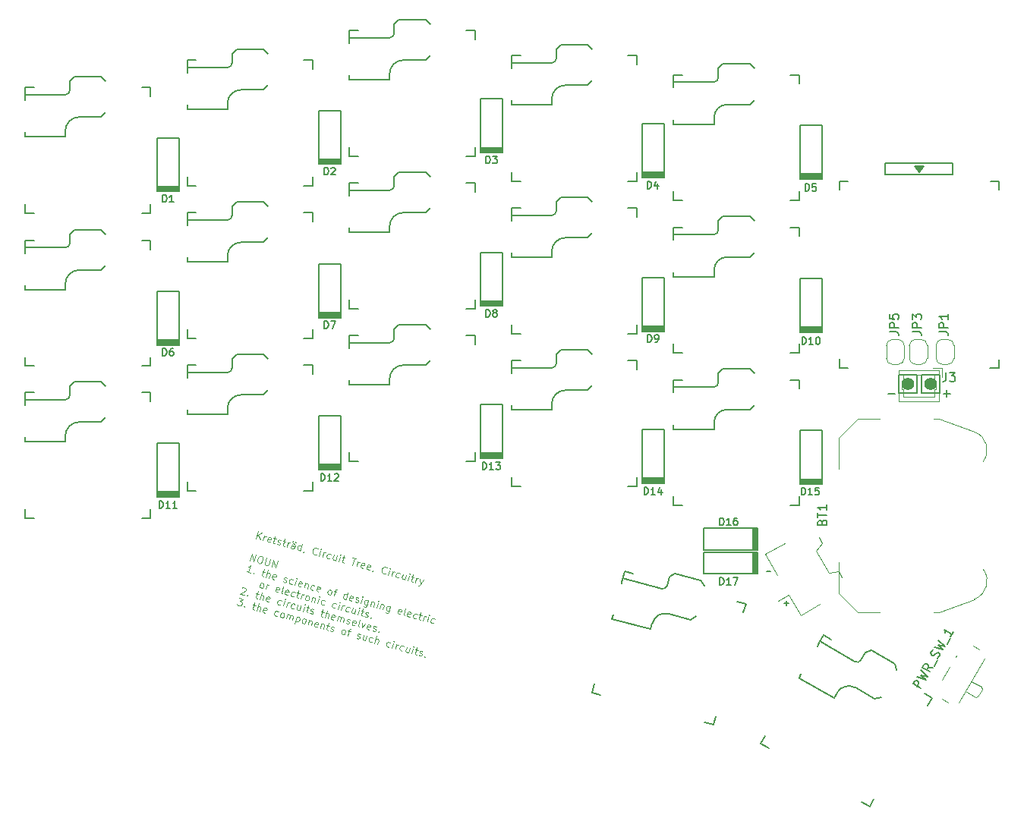
<source format=gbr>
G04 #@! TF.GenerationSoftware,KiCad,Pcbnew,(6.0.6)*
G04 #@! TF.CreationDate,2022-07-07T11:40:50+08:00*
G04 #@! TF.ProjectId,Kretstr_d,4b726574-7374-472e-9464-2e6b69636164,rev?*
G04 #@! TF.SameCoordinates,Original*
G04 #@! TF.FileFunction,Legend,Top*
G04 #@! TF.FilePolarity,Positive*
%FSLAX46Y46*%
G04 Gerber Fmt 4.6, Leading zero omitted, Abs format (unit mm)*
G04 Created by KiCad (PCBNEW (6.0.6)) date 2022-07-07 11:40:50*
%MOMM*%
%LPD*%
G01*
G04 APERTURE LIST*
%ADD10C,0.150000*%
%ADD11C,0.120000*%
%ADD12C,0.200000*%
%ADD13C,1.397000*%
G04 APERTURE END LIST*
D10*
X179484137Y-93480396D02*
X178722232Y-93480396D01*
X165600992Y-113368142D02*
X165143850Y-113368142D01*
X167582192Y-116873342D02*
X167125050Y-116873342D01*
X167353621Y-116644771D02*
X167353621Y-117101914D01*
X185630937Y-93480396D02*
X184869032Y-93480396D01*
X185249985Y-93861348D02*
X185249985Y-93099444D01*
D11*
X108209555Y-109650816D02*
X108423346Y-108879912D01*
X108650072Y-109772982D02*
X108441851Y-109240841D01*
X108863863Y-109002078D02*
X108301180Y-109320429D01*
X108980460Y-109864607D02*
X109122987Y-109350671D01*
X109082265Y-109497509D02*
X109139336Y-109434271D01*
X109186226Y-109407741D01*
X109269826Y-109391393D01*
X109343245Y-109411754D01*
X109761545Y-110041688D02*
X109677945Y-110058036D01*
X109531106Y-110017314D01*
X109467867Y-109960244D01*
X109451518Y-109876644D01*
X109532962Y-109582966D01*
X109590033Y-109519727D01*
X109673633Y-109503378D01*
X109820472Y-109544100D01*
X109883711Y-109601171D01*
X109900060Y-109684771D01*
X109879699Y-109758190D01*
X109492240Y-109729805D01*
X110150859Y-109635725D02*
X110444537Y-109717169D01*
X110332252Y-109409298D02*
X110149003Y-110070073D01*
X110165352Y-110153673D01*
X110228591Y-110210744D01*
X110302010Y-110231105D01*
X110532449Y-110255478D02*
X110595688Y-110312549D01*
X110742527Y-110353271D01*
X110826127Y-110336923D01*
X110883198Y-110273684D01*
X110893378Y-110236974D01*
X110877029Y-110153374D01*
X110813791Y-110096303D01*
X110703661Y-110065762D01*
X110640422Y-110008691D01*
X110624074Y-109925091D01*
X110634254Y-109888381D01*
X110691325Y-109825142D01*
X110774925Y-109808793D01*
X110885054Y-109839335D01*
X110948293Y-109896406D01*
X111215442Y-109930960D02*
X111509120Y-110012404D01*
X111396834Y-109704533D02*
X111213585Y-110365308D01*
X111229934Y-110448908D01*
X111293173Y-110505979D01*
X111366592Y-110526340D01*
X111623561Y-110597603D02*
X111766088Y-110083667D01*
X111725366Y-110230506D02*
X111782436Y-110167267D01*
X111829327Y-110140738D01*
X111912927Y-110124389D01*
X111986346Y-110144750D01*
X112431175Y-110821575D02*
X112543160Y-110417768D01*
X112526812Y-110334168D01*
X112463573Y-110277097D01*
X112316734Y-110236375D01*
X112233134Y-110252724D01*
X112441355Y-110784865D02*
X112357755Y-110801214D01*
X112174206Y-110750311D01*
X112110968Y-110693240D01*
X112094619Y-110609640D01*
X112114980Y-110536221D01*
X112172051Y-110472982D01*
X112255651Y-110456633D01*
X112439199Y-110507536D01*
X112522799Y-110491187D01*
X112314578Y-109959046D02*
X112341107Y-110005936D01*
X112294217Y-110032465D01*
X112267687Y-109985575D01*
X112314578Y-109959046D01*
X112294217Y-110032465D01*
X112608256Y-110040490D02*
X112634785Y-110087380D01*
X112587895Y-110113909D01*
X112561365Y-110067019D01*
X112608256Y-110040490D01*
X112587895Y-110113909D01*
X113128660Y-111015004D02*
X113342450Y-110244100D01*
X113138840Y-110978295D02*
X113055240Y-110994643D01*
X112908401Y-110953921D01*
X112845162Y-110896851D01*
X112818633Y-110849960D01*
X112802284Y-110766360D01*
X112863367Y-110546102D01*
X112920438Y-110482863D01*
X112967328Y-110456334D01*
X113050928Y-110439985D01*
X113197767Y-110480707D01*
X113261006Y-110537778D01*
X113542647Y-111090280D02*
X113532467Y-111126990D01*
X113475396Y-111190229D01*
X113428506Y-111216758D01*
X114911088Y-111430249D02*
X114864197Y-111456779D01*
X114743888Y-111462947D01*
X114670468Y-111442586D01*
X114570520Y-111375335D01*
X114517461Y-111281554D01*
X114501112Y-111197954D01*
X114505125Y-111040935D01*
X114535666Y-110930805D01*
X114613098Y-110794147D01*
X114670169Y-110730908D01*
X114763949Y-110677850D01*
X114884259Y-110671681D01*
X114957678Y-110692042D01*
X115057627Y-110759294D01*
X115084156Y-110806184D01*
X115221114Y-111595293D02*
X115363641Y-111081357D01*
X115434905Y-110824389D02*
X115388015Y-110850918D01*
X115414544Y-110897809D01*
X115461434Y-110871279D01*
X115434905Y-110824389D01*
X115414544Y-110897809D01*
X115588212Y-111697099D02*
X115730739Y-111183162D01*
X115690017Y-111330001D02*
X115747087Y-111266762D01*
X115793978Y-111240233D01*
X115877578Y-111223884D01*
X115950997Y-111244245D01*
X116406006Y-111884360D02*
X116322406Y-111900709D01*
X116175567Y-111859987D01*
X116112328Y-111802916D01*
X116085799Y-111756026D01*
X116069450Y-111672426D01*
X116130533Y-111452167D01*
X116187604Y-111388928D01*
X116234494Y-111362399D01*
X116318094Y-111346050D01*
X116464933Y-111386772D01*
X116528172Y-111443843D01*
X117199128Y-111590383D02*
X117056601Y-112104319D01*
X116868740Y-111498758D02*
X116756755Y-111902565D01*
X116773103Y-111986165D01*
X116836342Y-112043236D01*
X116946472Y-112073777D01*
X117030072Y-112057429D01*
X117076962Y-112030899D01*
X117423698Y-112206124D02*
X117566225Y-111692188D01*
X117637489Y-111435220D02*
X117590599Y-111461749D01*
X117617128Y-111508639D01*
X117664018Y-111482110D01*
X117637489Y-111435220D01*
X117617128Y-111508639D01*
X117823193Y-111763451D02*
X118116871Y-111844895D01*
X118004586Y-111537025D02*
X117821337Y-112197800D01*
X117837686Y-112281400D01*
X117900925Y-112338471D01*
X117974344Y-112358832D01*
X118922329Y-111791537D02*
X119362846Y-111913704D01*
X118928797Y-112623525D02*
X119142588Y-111852621D01*
X119406024Y-112755872D02*
X119548551Y-112241935D01*
X119507829Y-112388774D02*
X119564899Y-112325535D01*
X119611790Y-112299006D01*
X119695390Y-112282657D01*
X119768809Y-112303018D01*
X120187108Y-112932952D02*
X120103509Y-112949301D01*
X119956670Y-112908579D01*
X119893431Y-112851508D01*
X119877082Y-112767908D01*
X119958526Y-112474231D01*
X120015597Y-112410992D01*
X120099197Y-112394643D01*
X120246036Y-112435365D01*
X120309275Y-112492436D01*
X120325623Y-112576036D01*
X120305262Y-112649455D01*
X119917804Y-112621070D01*
X120847884Y-113116202D02*
X120764284Y-113132550D01*
X120617445Y-113091828D01*
X120554206Y-113034758D01*
X120537857Y-112951158D01*
X120619301Y-112657480D01*
X120676372Y-112594241D01*
X120759972Y-112577892D01*
X120906811Y-112618614D01*
X120970050Y-112675685D01*
X120986398Y-112759285D01*
X120966037Y-112832704D01*
X120578579Y-112804319D01*
X121251691Y-113228187D02*
X121241510Y-113264897D01*
X121184439Y-113328136D01*
X121137549Y-113354665D01*
X122620131Y-113568156D02*
X122573241Y-113594686D01*
X122452931Y-113600854D01*
X122379512Y-113580493D01*
X122279563Y-113513242D01*
X122226505Y-113419461D01*
X122210156Y-113335861D01*
X122214168Y-113178842D01*
X122244710Y-113068712D01*
X122322142Y-112932054D01*
X122379212Y-112868815D01*
X122472993Y-112815757D01*
X122593303Y-112809588D01*
X122666722Y-112829949D01*
X122766671Y-112897201D01*
X122793200Y-112944091D01*
X122930158Y-113733200D02*
X123072685Y-113219264D01*
X123143949Y-112962296D02*
X123097058Y-112988825D01*
X123123588Y-113035716D01*
X123170478Y-113009186D01*
X123143949Y-112962296D01*
X123123588Y-113035716D01*
X123297255Y-113835006D02*
X123439782Y-113321069D01*
X123399060Y-113467908D02*
X123456131Y-113404669D01*
X123503021Y-113378140D01*
X123586621Y-113361791D01*
X123660041Y-113382152D01*
X124115050Y-114022267D02*
X124031450Y-114038616D01*
X123884611Y-113997894D01*
X123821372Y-113940823D01*
X123794843Y-113893933D01*
X123778494Y-113810333D01*
X123839577Y-113590074D01*
X123896648Y-113526835D01*
X123943538Y-113500306D01*
X124027138Y-113483957D01*
X124173977Y-113524679D01*
X124237216Y-113581750D01*
X124908172Y-113728290D02*
X124765644Y-114242226D01*
X124577784Y-113636665D02*
X124465798Y-114040472D01*
X124482147Y-114124072D01*
X124545386Y-114181143D01*
X124655515Y-114211684D01*
X124739115Y-114195336D01*
X124786005Y-114168806D01*
X125132742Y-114344031D02*
X125275269Y-113830095D01*
X125346532Y-113573127D02*
X125299642Y-113599656D01*
X125326171Y-113646546D01*
X125373062Y-113620017D01*
X125346532Y-113573127D01*
X125326171Y-113646546D01*
X125532237Y-113901358D02*
X125825915Y-113982802D01*
X125713630Y-113674932D02*
X125530381Y-114335707D01*
X125546729Y-114419307D01*
X125609968Y-114476378D01*
X125683388Y-114496739D01*
X125940356Y-114568002D02*
X126082883Y-114054066D01*
X126042161Y-114200905D02*
X126099232Y-114137666D01*
X126146122Y-114111137D01*
X126229722Y-114094788D01*
X126303141Y-114115149D01*
X126486690Y-114166052D02*
X126527712Y-114730890D01*
X126853787Y-114267857D02*
X126527712Y-114730890D01*
X126403390Y-114894078D01*
X126356499Y-114920607D01*
X126272899Y-114936956D01*
X107521149Y-112133128D02*
X107734940Y-111362224D01*
X107961666Y-112255294D01*
X108175457Y-111484390D01*
X108689393Y-111626917D02*
X108836232Y-111667639D01*
X108899471Y-111724710D01*
X108952530Y-111818490D01*
X108948517Y-111975510D01*
X108877254Y-112232478D01*
X108799822Y-112369136D01*
X108706041Y-112422195D01*
X108622441Y-112438543D01*
X108475603Y-112397821D01*
X108412364Y-112340751D01*
X108359305Y-112246970D01*
X108363317Y-112089951D01*
X108434581Y-111832983D01*
X108512013Y-111696324D01*
X108605793Y-111643266D01*
X108689393Y-111626917D01*
X109350168Y-111810166D02*
X109177100Y-112434232D01*
X109193448Y-112517832D01*
X109219978Y-112564722D01*
X109283217Y-112621793D01*
X109430056Y-112662515D01*
X109513656Y-112646166D01*
X109560546Y-112619637D01*
X109617616Y-112556398D01*
X109790685Y-111932332D01*
X109943992Y-112805042D02*
X110157782Y-112034137D01*
X110384509Y-112927208D01*
X110598299Y-112156303D01*
X107580754Y-113486270D02*
X107140237Y-113364104D01*
X107360495Y-113425187D02*
X107574286Y-112654282D01*
X107470325Y-112744050D01*
X107376544Y-112797109D01*
X107292944Y-112813458D01*
X107931502Y-113504475D02*
X107958031Y-113551365D01*
X107911141Y-113577894D01*
X107884612Y-113531004D01*
X107931502Y-113504475D01*
X107911141Y-113577894D01*
X108897992Y-113298110D02*
X109191670Y-113379554D01*
X109079385Y-113071683D02*
X108896136Y-113732458D01*
X108912484Y-113816058D01*
X108975723Y-113873129D01*
X109049143Y-113893490D01*
X109306111Y-113964754D02*
X109519902Y-113193849D01*
X109636499Y-114056378D02*
X109748484Y-113652571D01*
X109732135Y-113568971D01*
X109668896Y-113511900D01*
X109558767Y-113481359D01*
X109475167Y-113497708D01*
X109428277Y-113524237D01*
X110307454Y-114202918D02*
X110223854Y-114219266D01*
X110077015Y-114178544D01*
X110013776Y-114121474D01*
X109997428Y-114037874D01*
X110078872Y-113744196D01*
X110135942Y-113680957D01*
X110219542Y-113664608D01*
X110366381Y-113705330D01*
X110429620Y-113762401D01*
X110445969Y-113846001D01*
X110425608Y-113919420D01*
X110038150Y-113891035D01*
X111225197Y-114457430D02*
X111288436Y-114514501D01*
X111435275Y-114555223D01*
X111518875Y-114538874D01*
X111575946Y-114475636D01*
X111586127Y-114438926D01*
X111569778Y-114355326D01*
X111506539Y-114298255D01*
X111396410Y-114267714D01*
X111333171Y-114210643D01*
X111316822Y-114127043D01*
X111327003Y-114090333D01*
X111384073Y-114027094D01*
X111467673Y-114010745D01*
X111577802Y-114041287D01*
X111641041Y-114098358D01*
X112216360Y-114732304D02*
X112132760Y-114748653D01*
X111985921Y-114707931D01*
X111922682Y-114650860D01*
X111896153Y-114603970D01*
X111879804Y-114520370D01*
X111940887Y-114300111D01*
X111997958Y-114236873D01*
X112044848Y-114210343D01*
X112128448Y-114193995D01*
X112275287Y-114234717D01*
X112338526Y-114291787D01*
X112536567Y-114860638D02*
X112679094Y-114346702D01*
X112750358Y-114089734D02*
X112703468Y-114116263D01*
X112729997Y-114163154D01*
X112776887Y-114136624D01*
X112750358Y-114089734D01*
X112729997Y-114163154D01*
X113207523Y-115007178D02*
X113123923Y-115023527D01*
X112977084Y-114982805D01*
X112913845Y-114925734D01*
X112897496Y-114842134D01*
X112978940Y-114548456D01*
X113036011Y-114485217D01*
X113119611Y-114468868D01*
X113266450Y-114509590D01*
X113329689Y-114566661D01*
X113346038Y-114650261D01*
X113325677Y-114723681D01*
X112938218Y-114695295D01*
X113706967Y-114631757D02*
X113564440Y-115145693D01*
X113686606Y-114705176D02*
X113733496Y-114678647D01*
X113817096Y-114662298D01*
X113927225Y-114692840D01*
X113990464Y-114749910D01*
X114006813Y-114833510D01*
X113894827Y-115237317D01*
X114602493Y-115394037D02*
X114518893Y-115410386D01*
X114372054Y-115369664D01*
X114308815Y-115312593D01*
X114282286Y-115265703D01*
X114265937Y-115182103D01*
X114327020Y-114961845D01*
X114384091Y-114898606D01*
X114430981Y-114872076D01*
X114514581Y-114855728D01*
X114661420Y-114896450D01*
X114724659Y-114953521D01*
X115226558Y-115567106D02*
X115142958Y-115583455D01*
X114996119Y-115542733D01*
X114932880Y-115485662D01*
X114916532Y-115402062D01*
X114997976Y-115108384D01*
X115055046Y-115045145D01*
X115138646Y-115028796D01*
X115285485Y-115069518D01*
X115348724Y-115126589D01*
X115365073Y-115210189D01*
X115344712Y-115283609D01*
X114957254Y-115255223D01*
X116280960Y-115899050D02*
X116217721Y-115841980D01*
X116191192Y-115795089D01*
X116174843Y-115711489D01*
X116235926Y-115491231D01*
X116292997Y-115427992D01*
X116339887Y-115401463D01*
X116423487Y-115385114D01*
X116533616Y-115415656D01*
X116596855Y-115472727D01*
X116623384Y-115519617D01*
X116639733Y-115603217D01*
X116578650Y-115823475D01*
X116521579Y-115886714D01*
X116474689Y-115913243D01*
X116391089Y-115929592D01*
X116280960Y-115899050D01*
X116900714Y-115517461D02*
X117194391Y-115598905D01*
X116868316Y-116061939D02*
X117051565Y-115401163D01*
X117108636Y-115337924D01*
X117192236Y-115321576D01*
X117265655Y-115341937D01*
X118226576Y-116438617D02*
X118440366Y-115667713D01*
X118236756Y-116401908D02*
X118153156Y-116418256D01*
X118006317Y-116377534D01*
X117943078Y-116320464D01*
X117916549Y-116273573D01*
X117900200Y-116189973D01*
X117961283Y-115969715D01*
X118018354Y-115906476D01*
X118065244Y-115879947D01*
X118148844Y-115863598D01*
X118295683Y-115904320D01*
X118358922Y-115961391D01*
X118897531Y-116585157D02*
X118813931Y-116601506D01*
X118667092Y-116560784D01*
X118603854Y-116503713D01*
X118587505Y-116420113D01*
X118668949Y-116126435D01*
X118726020Y-116063196D01*
X118809620Y-116046847D01*
X118956459Y-116087569D01*
X119019697Y-116144640D01*
X119036046Y-116228240D01*
X119015685Y-116301660D01*
X118628227Y-116273274D01*
X119227919Y-116676781D02*
X119291158Y-116733852D01*
X119437997Y-116774574D01*
X119521597Y-116758226D01*
X119578668Y-116694987D01*
X119588848Y-116658277D01*
X119572499Y-116574677D01*
X119509260Y-116517606D01*
X119399131Y-116487065D01*
X119335892Y-116429994D01*
X119319544Y-116346394D01*
X119329724Y-116309684D01*
X119386795Y-116246445D01*
X119470395Y-116230097D01*
X119580524Y-116260638D01*
X119643763Y-116317709D01*
X119878514Y-116896740D02*
X120021041Y-116382804D01*
X120092304Y-116125836D02*
X120045414Y-116152365D01*
X120071943Y-116199256D01*
X120118834Y-116172726D01*
X120092304Y-116125836D01*
X120071943Y-116199256D01*
X120718526Y-116576234D02*
X120545457Y-117200299D01*
X120488386Y-117263538D01*
X120441496Y-117290067D01*
X120357896Y-117306416D01*
X120247767Y-117275875D01*
X120184528Y-117218804D01*
X120586179Y-117053460D02*
X120502579Y-117069809D01*
X120355740Y-117029087D01*
X120292501Y-116972016D01*
X120265972Y-116925126D01*
X120249623Y-116841526D01*
X120310706Y-116621268D01*
X120367777Y-116558029D01*
X120414667Y-116531499D01*
X120498267Y-116515151D01*
X120645106Y-116555873D01*
X120708345Y-116612944D01*
X121085623Y-116678039D02*
X120943096Y-117191975D01*
X121065262Y-116751458D02*
X121112152Y-116724929D01*
X121195752Y-116708580D01*
X121305881Y-116739122D01*
X121369120Y-116796193D01*
X121385469Y-116879793D01*
X121273483Y-117283600D01*
X121640581Y-117385405D02*
X121783108Y-116871469D01*
X121854371Y-116614500D02*
X121807481Y-116641030D01*
X121834010Y-116687920D01*
X121880901Y-116661391D01*
X121854371Y-116614500D01*
X121834010Y-116687920D01*
X122150205Y-116973274D02*
X122007678Y-117487210D01*
X122129844Y-117046693D02*
X122176734Y-117020164D01*
X122260334Y-117003815D01*
X122370464Y-117034357D01*
X122433703Y-117091428D01*
X122450051Y-117175027D01*
X122338066Y-117578835D01*
X123178078Y-117258328D02*
X123005009Y-117882393D01*
X122947938Y-117945632D01*
X122901048Y-117972162D01*
X122817448Y-117988510D01*
X122707319Y-117957969D01*
X122644080Y-117900898D01*
X123045731Y-117735554D02*
X122962131Y-117751903D01*
X122815292Y-117711181D01*
X122752053Y-117654110D01*
X122725524Y-117607220D01*
X122709175Y-117523620D01*
X122770258Y-117303362D01*
X122827329Y-117240123D01*
X122874219Y-117213594D01*
X122957819Y-117197245D01*
X123104658Y-117237967D01*
X123167897Y-117295038D01*
X124293862Y-118081692D02*
X124210262Y-118098041D01*
X124063423Y-118057318D01*
X124000184Y-118000248D01*
X123983835Y-117916648D01*
X124065279Y-117622970D01*
X124122350Y-117559731D01*
X124205950Y-117543382D01*
X124352789Y-117584104D01*
X124416028Y-117641175D01*
X124432377Y-117724775D01*
X124412016Y-117798194D01*
X124024557Y-117769809D01*
X124760908Y-118250748D02*
X124697669Y-118193677D01*
X124681320Y-118110077D01*
X124864569Y-117449302D01*
X125358444Y-118376927D02*
X125274844Y-118393275D01*
X125128005Y-118352553D01*
X125064766Y-118295483D01*
X125048418Y-118211883D01*
X125129862Y-117918205D01*
X125186932Y-117854966D01*
X125270532Y-117838617D01*
X125417371Y-117879339D01*
X125480610Y-117936410D01*
X125496959Y-118020010D01*
X125476598Y-118093429D01*
X125089140Y-118065044D01*
X126055929Y-118570356D02*
X125972329Y-118586705D01*
X125825490Y-118545983D01*
X125762251Y-118488912D01*
X125735722Y-118442022D01*
X125719373Y-118358422D01*
X125780456Y-118138164D01*
X125837527Y-118074925D01*
X125884417Y-118048395D01*
X125968017Y-118032047D01*
X126114856Y-118072769D01*
X126178095Y-118129839D01*
X126408534Y-118154213D02*
X126702212Y-118235657D01*
X126589927Y-117927786D02*
X126406678Y-118588561D01*
X126423026Y-118672161D01*
X126486265Y-118729232D01*
X126559685Y-118749593D01*
X126816653Y-118820857D02*
X126959180Y-118306920D01*
X126918458Y-118453759D02*
X126975529Y-118390520D01*
X127022419Y-118363991D01*
X127106019Y-118347643D01*
X127179438Y-118368004D01*
X127293879Y-118953203D02*
X127436407Y-118439267D01*
X127507670Y-118182299D02*
X127460780Y-118208828D01*
X127487309Y-118255718D01*
X127534199Y-118229189D01*
X127507670Y-118182299D01*
X127487309Y-118255718D01*
X128001545Y-119109923D02*
X127917945Y-119126272D01*
X127771106Y-119085550D01*
X127707867Y-119028479D01*
X127681338Y-118981589D01*
X127664989Y-118897989D01*
X127726072Y-118677731D01*
X127783143Y-118614492D01*
X127830033Y-118587962D01*
X127913633Y-118571614D01*
X128060472Y-118612336D01*
X128123711Y-118669407D01*
X108704940Y-115134646D02*
X108641701Y-115077575D01*
X108615172Y-115030685D01*
X108598823Y-114947085D01*
X108659906Y-114726827D01*
X108716977Y-114663588D01*
X108763867Y-114637059D01*
X108847467Y-114620710D01*
X108957596Y-114651251D01*
X109020835Y-114708322D01*
X109047364Y-114755212D01*
X109063713Y-114838812D01*
X109002630Y-115059071D01*
X108945559Y-115122310D01*
X108898669Y-115148839D01*
X108815069Y-115165188D01*
X108704940Y-115134646D01*
X109292296Y-115297534D02*
X109434823Y-114783598D01*
X109394101Y-114930437D02*
X109451171Y-114867198D01*
X109498062Y-114840669D01*
X109581662Y-114824320D01*
X109655081Y-114844681D01*
X110660736Y-115637503D02*
X110577136Y-115653852D01*
X110430297Y-115613130D01*
X110367058Y-115556059D01*
X110350710Y-115472459D01*
X110432154Y-115178781D01*
X110489224Y-115115542D01*
X110572824Y-115099194D01*
X110719663Y-115139916D01*
X110782902Y-115196987D01*
X110799251Y-115280587D01*
X110778890Y-115354006D01*
X110391432Y-115325620D01*
X111127782Y-115806560D02*
X111064543Y-115749489D01*
X111048194Y-115665889D01*
X111231444Y-115005114D01*
X111725318Y-115932738D02*
X111641718Y-115949087D01*
X111494879Y-115908365D01*
X111431640Y-115851294D01*
X111415292Y-115767694D01*
X111496736Y-115474016D01*
X111553807Y-115410777D01*
X111637407Y-115394429D01*
X111784245Y-115435151D01*
X111847484Y-115492221D01*
X111863833Y-115575821D01*
X111843472Y-115649241D01*
X111456014Y-115620855D01*
X112422803Y-116126168D02*
X112339203Y-116142517D01*
X112192364Y-116101794D01*
X112129125Y-116044724D01*
X112102596Y-115997833D01*
X112086247Y-115914234D01*
X112147330Y-115693975D01*
X112204401Y-115630736D01*
X112251291Y-115604207D01*
X112334891Y-115587858D01*
X112481730Y-115628580D01*
X112544969Y-115685651D01*
X112775408Y-115710024D02*
X113069086Y-115791468D01*
X112956801Y-115483598D02*
X112773552Y-116144373D01*
X112789901Y-116227973D01*
X112853139Y-116285044D01*
X112926559Y-116305405D01*
X113183527Y-116376668D02*
X113326054Y-115862732D01*
X113285332Y-116009571D02*
X113342403Y-115946332D01*
X113389293Y-115919803D01*
X113472893Y-115903454D01*
X113546313Y-115923815D01*
X113770883Y-116539556D02*
X113707644Y-116482486D01*
X113681115Y-116435595D01*
X113664766Y-116351995D01*
X113725849Y-116131737D01*
X113782920Y-116068498D01*
X113829810Y-116041969D01*
X113913410Y-116025620D01*
X114023539Y-116056162D01*
X114086778Y-116113232D01*
X114113307Y-116160123D01*
X114129656Y-116243723D01*
X114068573Y-116463981D01*
X114011502Y-116527220D01*
X113964612Y-116553749D01*
X113881012Y-116570098D01*
X113770883Y-116539556D01*
X114500766Y-116188508D02*
X114358238Y-116702445D01*
X114480405Y-116261928D02*
X114527295Y-116235399D01*
X114610895Y-116219050D01*
X114721024Y-116249591D01*
X114784263Y-116306662D01*
X114800612Y-116390262D01*
X114688626Y-116794069D01*
X115055723Y-116895874D02*
X115198250Y-116381938D01*
X115269514Y-116124970D02*
X115222624Y-116151499D01*
X115249153Y-116198389D01*
X115296043Y-116171860D01*
X115269514Y-116124970D01*
X115249153Y-116198389D01*
X115763389Y-117052594D02*
X115679789Y-117068943D01*
X115532950Y-117028221D01*
X115469711Y-116971150D01*
X115443182Y-116924260D01*
X115426833Y-116840660D01*
X115487916Y-116620402D01*
X115544987Y-116557163D01*
X115591877Y-116530633D01*
X115675477Y-116514285D01*
X115822316Y-116555007D01*
X115885555Y-116612077D01*
X117011520Y-117398732D02*
X116927920Y-117415080D01*
X116781081Y-117374358D01*
X116717842Y-117317287D01*
X116691313Y-117270397D01*
X116674964Y-117186797D01*
X116736047Y-116966539D01*
X116793118Y-116903300D01*
X116840008Y-116876771D01*
X116923608Y-116860422D01*
X117070447Y-116901144D01*
X117133686Y-116958215D01*
X117331727Y-117527066D02*
X117474254Y-117013130D01*
X117545517Y-116756161D02*
X117498627Y-116782691D01*
X117525156Y-116829581D01*
X117572047Y-116803052D01*
X117545517Y-116756161D01*
X117525156Y-116829581D01*
X117698824Y-117628871D02*
X117841351Y-117114935D01*
X117800629Y-117261774D02*
X117857700Y-117198535D01*
X117904590Y-117172005D01*
X117988190Y-117155657D01*
X118061610Y-117176018D01*
X118516619Y-117816132D02*
X118433019Y-117832481D01*
X118286180Y-117791759D01*
X118222941Y-117734688D01*
X118196412Y-117687798D01*
X118180063Y-117604198D01*
X118241146Y-117383940D01*
X118298217Y-117320701D01*
X118345107Y-117294172D01*
X118428707Y-117277823D01*
X118575546Y-117318545D01*
X118638785Y-117375616D01*
X119309740Y-117522155D02*
X119167213Y-118036091D01*
X118979353Y-117430530D02*
X118867367Y-117834338D01*
X118883716Y-117917937D01*
X118946955Y-117975008D01*
X119057084Y-118005550D01*
X119140684Y-117989201D01*
X119187574Y-117962672D01*
X119534311Y-118137896D02*
X119676838Y-117623960D01*
X119748101Y-117366992D02*
X119701211Y-117393521D01*
X119727740Y-117440412D01*
X119774631Y-117413882D01*
X119748101Y-117366992D01*
X119727740Y-117440412D01*
X119933806Y-117695224D02*
X120227484Y-117776668D01*
X120115199Y-117468797D02*
X119931949Y-118129572D01*
X119948298Y-118213172D01*
X120011537Y-118270243D01*
X120084957Y-118290604D01*
X120315395Y-118314977D02*
X120378634Y-118372048D01*
X120525473Y-118412770D01*
X120609073Y-118396421D01*
X120666144Y-118333182D01*
X120676325Y-118296473D01*
X120659976Y-118212873D01*
X120596737Y-118155802D01*
X120486608Y-118125261D01*
X120423369Y-118068190D01*
X120407020Y-117984590D01*
X120417201Y-117947880D01*
X120474271Y-117884641D01*
X120557871Y-117868292D01*
X120668000Y-117898834D01*
X120731239Y-117955905D01*
X120986351Y-118461517D02*
X121012880Y-118508407D01*
X120965990Y-118534936D01*
X120939461Y-118488046D01*
X120986351Y-118461517D01*
X120965990Y-118534936D01*
X106645260Y-115148931D02*
X106692151Y-115122401D01*
X106775751Y-115106053D01*
X106959299Y-115156955D01*
X107022538Y-115214026D01*
X107049067Y-115260916D01*
X107065416Y-115344516D01*
X107045055Y-115417936D01*
X106977804Y-115517884D01*
X106415121Y-115836235D01*
X106892348Y-115968582D01*
X107243096Y-115986787D02*
X107269625Y-116033677D01*
X107222735Y-116060206D01*
X107196206Y-116013316D01*
X107243096Y-115986787D01*
X107222735Y-116060206D01*
X108209586Y-115780422D02*
X108503264Y-115861866D01*
X108390979Y-115553995D02*
X108207730Y-116214770D01*
X108224078Y-116298370D01*
X108287317Y-116355441D01*
X108360737Y-116375802D01*
X108617705Y-116447066D02*
X108831496Y-115676161D01*
X108948093Y-116538690D02*
X109060078Y-116134883D01*
X109043729Y-116051283D01*
X108980490Y-115994212D01*
X108870361Y-115963671D01*
X108786761Y-115980020D01*
X108739871Y-116006549D01*
X109619048Y-116685230D02*
X109535448Y-116701578D01*
X109388609Y-116660856D01*
X109325370Y-116603786D01*
X109309022Y-116520186D01*
X109390466Y-116226508D01*
X109447536Y-116163269D01*
X109531136Y-116146920D01*
X109677975Y-116187642D01*
X109741214Y-116244713D01*
X109757563Y-116328313D01*
X109737202Y-116401732D01*
X109349744Y-116373347D01*
X110903889Y-117041548D02*
X110820289Y-117057896D01*
X110673450Y-117017174D01*
X110610211Y-116960103D01*
X110583682Y-116913213D01*
X110567333Y-116829613D01*
X110628416Y-116609355D01*
X110685487Y-116546116D01*
X110732377Y-116519587D01*
X110815977Y-116503238D01*
X110962816Y-116543960D01*
X111026055Y-116601031D01*
X111224096Y-117169882D02*
X111366623Y-116655946D01*
X111437887Y-116398977D02*
X111390996Y-116425507D01*
X111417526Y-116472397D01*
X111464416Y-116445868D01*
X111437887Y-116398977D01*
X111417526Y-116472397D01*
X111591193Y-117271687D02*
X111733720Y-116757751D01*
X111692998Y-116904590D02*
X111750069Y-116841351D01*
X111796959Y-116814821D01*
X111880559Y-116798473D01*
X111953979Y-116818834D01*
X112408988Y-117458948D02*
X112325388Y-117475297D01*
X112178549Y-117434575D01*
X112115310Y-117377504D01*
X112088781Y-117330614D01*
X112072432Y-117247014D01*
X112133515Y-117026756D01*
X112190586Y-116963517D01*
X112237476Y-116936988D01*
X112321076Y-116920639D01*
X112467915Y-116961361D01*
X112531154Y-117018432D01*
X113202110Y-117164971D02*
X113059582Y-117678907D01*
X112871722Y-117073346D02*
X112759736Y-117477154D01*
X112776085Y-117560753D01*
X112839324Y-117617824D01*
X112949453Y-117648366D01*
X113033053Y-117632017D01*
X113079943Y-117605488D01*
X113426680Y-117780712D02*
X113569207Y-117266776D01*
X113640470Y-117009808D02*
X113593580Y-117036337D01*
X113620109Y-117083227D01*
X113667000Y-117056698D01*
X113640470Y-117009808D01*
X113620109Y-117083227D01*
X113826175Y-117338040D02*
X114119853Y-117419484D01*
X114007568Y-117111613D02*
X113824319Y-117772388D01*
X113840667Y-117855988D01*
X113903906Y-117913059D01*
X113977326Y-117933420D01*
X114207765Y-117957793D02*
X114271004Y-118014864D01*
X114417843Y-118055586D01*
X114501442Y-118039237D01*
X114558513Y-117975998D01*
X114568694Y-117939289D01*
X114552345Y-117855689D01*
X114489106Y-117798618D01*
X114378977Y-117768077D01*
X114315738Y-117711006D01*
X114299389Y-117627406D01*
X114309570Y-117590696D01*
X114366640Y-117527457D01*
X114450240Y-117511108D01*
X114560370Y-117541650D01*
X114623609Y-117598721D01*
X115478113Y-117796163D02*
X115771791Y-117877607D01*
X115659506Y-117569736D02*
X115476257Y-118230511D01*
X115492605Y-118314111D01*
X115555844Y-118371182D01*
X115629264Y-118391543D01*
X115886232Y-118462807D02*
X116100022Y-117691902D01*
X116216619Y-118554431D02*
X116328605Y-118150624D01*
X116312256Y-118067024D01*
X116249017Y-118009953D01*
X116138888Y-117979412D01*
X116055288Y-117995761D01*
X116008398Y-118022290D01*
X116887575Y-118700971D02*
X116803975Y-118717319D01*
X116657136Y-118676597D01*
X116593897Y-118619526D01*
X116577548Y-118535927D01*
X116658993Y-118242249D01*
X116716063Y-118179010D01*
X116799663Y-118162661D01*
X116946502Y-118203383D01*
X117009741Y-118260454D01*
X117026090Y-118344054D01*
X117005729Y-118417473D01*
X116618271Y-118389088D01*
X117244492Y-118839485D02*
X117387019Y-118325549D01*
X117366658Y-118398969D02*
X117413548Y-118372439D01*
X117497148Y-118356091D01*
X117607277Y-118386632D01*
X117670516Y-118443703D01*
X117686865Y-118527303D01*
X117574879Y-118931110D01*
X117686865Y-118527303D02*
X117743936Y-118464064D01*
X117827536Y-118447715D01*
X117937665Y-118478257D01*
X118000904Y-118535328D01*
X118017253Y-118618928D01*
X117905267Y-119022735D01*
X118245835Y-119077649D02*
X118309074Y-119134720D01*
X118455913Y-119175442D01*
X118539513Y-119159093D01*
X118596584Y-119095855D01*
X118606764Y-119059145D01*
X118590415Y-118975545D01*
X118527177Y-118918474D01*
X118417047Y-118887933D01*
X118353808Y-118830862D01*
X118337460Y-118747262D01*
X118347640Y-118710552D01*
X118404711Y-118647313D01*
X118488311Y-118630964D01*
X118598440Y-118661506D01*
X118661679Y-118718577D01*
X119200288Y-119342343D02*
X119116688Y-119358691D01*
X118969849Y-119317969D01*
X118906610Y-119260899D01*
X118890262Y-119177299D01*
X118971706Y-118883621D01*
X119028776Y-118820382D01*
X119112376Y-118804033D01*
X119259215Y-118844755D01*
X119322454Y-118901826D01*
X119338803Y-118985426D01*
X119318442Y-119058845D01*
X118930984Y-119030460D01*
X119667334Y-119511399D02*
X119604095Y-119454328D01*
X119587746Y-119370728D01*
X119770996Y-118709953D01*
X120030120Y-119058546D02*
X120071141Y-119623385D01*
X120397217Y-119160351D01*
X120852226Y-119800466D02*
X120768626Y-119816814D01*
X120621787Y-119776092D01*
X120558548Y-119719022D01*
X120542199Y-119635422D01*
X120623644Y-119341744D01*
X120680714Y-119278505D01*
X120764314Y-119262156D01*
X120911153Y-119302878D01*
X120974392Y-119359949D01*
X120990741Y-119443549D01*
X120970380Y-119516968D01*
X120582922Y-119488583D01*
X121182614Y-119892090D02*
X121245853Y-119949161D01*
X121392692Y-119989883D01*
X121476291Y-119973534D01*
X121533362Y-119910295D01*
X121543543Y-119873586D01*
X121527194Y-119789986D01*
X121463955Y-119732915D01*
X121353826Y-119702373D01*
X121290587Y-119645303D01*
X121274238Y-119561703D01*
X121284419Y-119524993D01*
X121341489Y-119461754D01*
X121425089Y-119445405D01*
X121535219Y-119475947D01*
X121598458Y-119533017D01*
X121853569Y-120038630D02*
X121880099Y-120085520D01*
X121833208Y-120112049D01*
X121806679Y-120065159D01*
X121853569Y-120038630D01*
X121833208Y-120112049D01*
X106284709Y-116306487D02*
X106761935Y-116438833D01*
X106423523Y-116661248D01*
X106533652Y-116691789D01*
X106596891Y-116748860D01*
X106623420Y-116795750D01*
X106639769Y-116879350D01*
X106588867Y-117062899D01*
X106531796Y-117126138D01*
X106484906Y-117152667D01*
X106401306Y-117169016D01*
X106181047Y-117107933D01*
X106117808Y-117050862D01*
X106091279Y-117003972D01*
X106898893Y-117227943D02*
X106925422Y-117274833D01*
X106878532Y-117301362D01*
X106852003Y-117254472D01*
X106898893Y-117227943D01*
X106878532Y-117301362D01*
X107865383Y-117021578D02*
X108159061Y-117103022D01*
X108046776Y-116795151D02*
X107863527Y-117455926D01*
X107879875Y-117539526D01*
X107943114Y-117596597D01*
X108016534Y-117616958D01*
X108273502Y-117688222D02*
X108487293Y-116917317D01*
X108603890Y-117779846D02*
X108715875Y-117376039D01*
X108699526Y-117292439D01*
X108636287Y-117235368D01*
X108526158Y-117204827D01*
X108442558Y-117221176D01*
X108395668Y-117247705D01*
X109274845Y-117926386D02*
X109191245Y-117942734D01*
X109044406Y-117902012D01*
X108981167Y-117844942D01*
X108964819Y-117761342D01*
X109046263Y-117467664D01*
X109103333Y-117404425D01*
X109186933Y-117388076D01*
X109333772Y-117428798D01*
X109397011Y-117485869D01*
X109413360Y-117569469D01*
X109392999Y-117642888D01*
X109005541Y-117614503D01*
X110559686Y-118282704D02*
X110476086Y-118299052D01*
X110329247Y-118258330D01*
X110266008Y-118201259D01*
X110239479Y-118154369D01*
X110223130Y-118070769D01*
X110284213Y-117850511D01*
X110341284Y-117787272D01*
X110388174Y-117760743D01*
X110471774Y-117744394D01*
X110618613Y-117785116D01*
X110681852Y-117842187D01*
X110990022Y-118441579D02*
X110926783Y-118384509D01*
X110900254Y-118337618D01*
X110883905Y-118254018D01*
X110944988Y-118033760D01*
X111002059Y-117970521D01*
X111048949Y-117943992D01*
X111132549Y-117927643D01*
X111242678Y-117958185D01*
X111305917Y-118015255D01*
X111332447Y-118062146D01*
X111348795Y-118145746D01*
X111287712Y-118366004D01*
X111230641Y-118429243D01*
X111183751Y-118455772D01*
X111100151Y-118472121D01*
X110990022Y-118441579D01*
X111577378Y-118604468D02*
X111719905Y-118090531D01*
X111699544Y-118163951D02*
X111746434Y-118137422D01*
X111830034Y-118121073D01*
X111940163Y-118151614D01*
X112003402Y-118208685D01*
X112019751Y-118292285D01*
X111907765Y-118696092D01*
X112019751Y-118292285D02*
X112076822Y-118229046D01*
X112160422Y-118212697D01*
X112270551Y-118243239D01*
X112333790Y-118300310D01*
X112350139Y-118383910D01*
X112238153Y-118787717D01*
X112747777Y-118375586D02*
X112533987Y-119146490D01*
X112737597Y-118412295D02*
X112821197Y-118395947D01*
X112968036Y-118436669D01*
X113031275Y-118493739D01*
X113057804Y-118540630D01*
X113074153Y-118624230D01*
X113013070Y-118844488D01*
X112955999Y-118907727D01*
X112909109Y-118934256D01*
X112825509Y-118950605D01*
X112678670Y-118909883D01*
X112615431Y-118852812D01*
X113412864Y-119113493D02*
X113349625Y-119056422D01*
X113323096Y-119009532D01*
X113306747Y-118925932D01*
X113367831Y-118705674D01*
X113424901Y-118642435D01*
X113471792Y-118615905D01*
X113555391Y-118599557D01*
X113665521Y-118630098D01*
X113728760Y-118687169D01*
X113755289Y-118734059D01*
X113771638Y-118817659D01*
X113710554Y-119037918D01*
X113653484Y-119101157D01*
X113606594Y-119127686D01*
X113522994Y-119144035D01*
X113412864Y-119113493D01*
X114142747Y-118762445D02*
X114000220Y-119276381D01*
X114122386Y-118835864D02*
X114169276Y-118809335D01*
X114252876Y-118792986D01*
X114363006Y-118823528D01*
X114426245Y-118880599D01*
X114442593Y-118964199D01*
X114330608Y-119368006D01*
X115001563Y-119514545D02*
X114917963Y-119530894D01*
X114771124Y-119490172D01*
X114707885Y-119433101D01*
X114691537Y-119349501D01*
X114772981Y-119055823D01*
X114830052Y-118992584D01*
X114913652Y-118976236D01*
X115060490Y-119016958D01*
X115123729Y-119074028D01*
X115140078Y-119157628D01*
X115119717Y-119231048D01*
X114732259Y-119202662D01*
X115501007Y-119139124D02*
X115358480Y-119653060D01*
X115480646Y-119212543D02*
X115527536Y-119186014D01*
X115611136Y-119169665D01*
X115721266Y-119200207D01*
X115784505Y-119257278D01*
X115800853Y-119340878D01*
X115688868Y-119744685D01*
X116088363Y-119302012D02*
X116382041Y-119383456D01*
X116269756Y-119075585D02*
X116086507Y-119736360D01*
X116102855Y-119819960D01*
X116166094Y-119877031D01*
X116239514Y-119897392D01*
X116469953Y-119921766D02*
X116533192Y-119978836D01*
X116680030Y-120019558D01*
X116763630Y-120003210D01*
X116820701Y-119939971D01*
X116830882Y-119903261D01*
X116814533Y-119819661D01*
X116751294Y-119762590D01*
X116641165Y-119732049D01*
X116577926Y-119674978D01*
X116561577Y-119591378D01*
X116571758Y-119554668D01*
X116628828Y-119491429D01*
X116712428Y-119475081D01*
X116822558Y-119505622D01*
X116885797Y-119562693D01*
X117818032Y-120335154D02*
X117754793Y-120278083D01*
X117728264Y-120231193D01*
X117711915Y-120147593D01*
X117772998Y-119927335D01*
X117830069Y-119864096D01*
X117876959Y-119837567D01*
X117960559Y-119821218D01*
X118070688Y-119851759D01*
X118133927Y-119908830D01*
X118160457Y-119955720D01*
X118176805Y-120039320D01*
X118115722Y-120259579D01*
X118058652Y-120322818D01*
X118011761Y-120349347D01*
X117928161Y-120365696D01*
X117818032Y-120335154D01*
X118437786Y-119953565D02*
X118731464Y-120035009D01*
X118405388Y-120498042D02*
X118588637Y-119837267D01*
X118645708Y-119774028D01*
X118729308Y-119757679D01*
X118802727Y-119778040D01*
X119406731Y-120736206D02*
X119469970Y-120793277D01*
X119616809Y-120833999D01*
X119700409Y-120817650D01*
X119757480Y-120754411D01*
X119767660Y-120717702D01*
X119751311Y-120634102D01*
X119688073Y-120577031D01*
X119577943Y-120546489D01*
X119514704Y-120489419D01*
X119498356Y-120405819D01*
X119508536Y-120369109D01*
X119565607Y-120305870D01*
X119649207Y-120289521D01*
X119759336Y-120320063D01*
X119822575Y-120377134D01*
X120530240Y-120533854D02*
X120387713Y-121047790D01*
X120199853Y-120442229D02*
X120087867Y-120846036D01*
X120104216Y-120929636D01*
X120167455Y-120986707D01*
X120277584Y-121017248D01*
X120361184Y-121000900D01*
X120408074Y-120974370D01*
X121095379Y-121204510D02*
X121011779Y-121220858D01*
X120864940Y-121180136D01*
X120801701Y-121123066D01*
X120775172Y-121076175D01*
X120758823Y-120992575D01*
X120819906Y-120772317D01*
X120876977Y-120709078D01*
X120923867Y-120682549D01*
X121007467Y-120666200D01*
X121154306Y-120706922D01*
X121217545Y-120763993D01*
X121415586Y-121332844D02*
X121629377Y-120561940D01*
X121745973Y-121424469D02*
X121857959Y-121020662D01*
X121841610Y-120937062D01*
X121778371Y-120879991D01*
X121668242Y-120849449D01*
X121584642Y-120865798D01*
X121537752Y-120892327D01*
X123040995Y-121744077D02*
X122957395Y-121760425D01*
X122810556Y-121719703D01*
X122747317Y-121662633D01*
X122720787Y-121615742D01*
X122704439Y-121532142D01*
X122765522Y-121311884D01*
X122822593Y-121248645D01*
X122869483Y-121222116D01*
X122953083Y-121205767D01*
X123099922Y-121246489D01*
X123163161Y-121303560D01*
X123361202Y-121872411D02*
X123503729Y-121358475D01*
X123574992Y-121101507D02*
X123528102Y-121128036D01*
X123554631Y-121174926D01*
X123601522Y-121148397D01*
X123574992Y-121101507D01*
X123554631Y-121174926D01*
X123728299Y-121974216D02*
X123870826Y-121460280D01*
X123830104Y-121607119D02*
X123887175Y-121543880D01*
X123934065Y-121517351D01*
X124017665Y-121501002D01*
X124091084Y-121521363D01*
X124546094Y-122161478D02*
X124462494Y-122177826D01*
X124315655Y-122137104D01*
X124252416Y-122080034D01*
X124225886Y-122033143D01*
X124209538Y-121949543D01*
X124270621Y-121729285D01*
X124327692Y-121666046D01*
X124374582Y-121639517D01*
X124458182Y-121623168D01*
X124605021Y-121663890D01*
X124668260Y-121720961D01*
X125339215Y-121867500D02*
X125196688Y-122381437D01*
X125008828Y-121775876D02*
X124896842Y-122179683D01*
X124913191Y-122263283D01*
X124976430Y-122320353D01*
X125086559Y-122350895D01*
X125170159Y-122334546D01*
X125217049Y-122308017D01*
X125563785Y-122483242D02*
X125706313Y-121969305D01*
X125777576Y-121712337D02*
X125730686Y-121738867D01*
X125757215Y-121785757D01*
X125804105Y-121759228D01*
X125777576Y-121712337D01*
X125757215Y-121785757D01*
X125963281Y-122040569D02*
X126256959Y-122122013D01*
X126144673Y-121814142D02*
X125961424Y-122474918D01*
X125977773Y-122558518D01*
X126041012Y-122615588D01*
X126114431Y-122635949D01*
X126344870Y-122660323D02*
X126408109Y-122717393D01*
X126554948Y-122758115D01*
X126638548Y-122741767D01*
X126695619Y-122678528D01*
X126705799Y-122641818D01*
X126689451Y-122558218D01*
X126626212Y-122501147D01*
X126516083Y-122470606D01*
X126452844Y-122413535D01*
X126436495Y-122329935D01*
X126446675Y-122293225D01*
X126503746Y-122229986D01*
X126587346Y-122213638D01*
X126697475Y-122244179D01*
X126760714Y-122301250D01*
X127015826Y-122806862D02*
X127042355Y-122853752D01*
X126995465Y-122880282D01*
X126968936Y-122833391D01*
X127015826Y-122806862D01*
X126995465Y-122880282D01*
D10*
X115440504Y-103229126D02*
X115440504Y-102429126D01*
X115630980Y-102429126D01*
X115745266Y-102467222D01*
X115821456Y-102543412D01*
X115859552Y-102619602D01*
X115897647Y-102771983D01*
X115897647Y-102886269D01*
X115859552Y-103038650D01*
X115821456Y-103114841D01*
X115745266Y-103191031D01*
X115630980Y-103229126D01*
X115440504Y-103229126D01*
X116659552Y-103229126D02*
X116202409Y-103229126D01*
X116430980Y-103229126D02*
X116430980Y-102429126D01*
X116354790Y-102543412D01*
X116278599Y-102619602D01*
X116202409Y-102657698D01*
X116964313Y-102505317D02*
X117002409Y-102467222D01*
X117078599Y-102429126D01*
X117269075Y-102429126D01*
X117345266Y-102467222D01*
X117383361Y-102505317D01*
X117421456Y-102581507D01*
X117421456Y-102657698D01*
X117383361Y-102771983D01*
X116926218Y-103229126D01*
X117421456Y-103229126D01*
X169101704Y-87989297D02*
X169101704Y-87189297D01*
X169292180Y-87189297D01*
X169406466Y-87227393D01*
X169482656Y-87303583D01*
X169520752Y-87379773D01*
X169558847Y-87532154D01*
X169558847Y-87646440D01*
X169520752Y-87798821D01*
X169482656Y-87875012D01*
X169406466Y-87951202D01*
X169292180Y-87989297D01*
X169101704Y-87989297D01*
X170320752Y-87989297D02*
X169863609Y-87989297D01*
X170092180Y-87989297D02*
X170092180Y-87189297D01*
X170015990Y-87303583D01*
X169939799Y-87379773D01*
X169863609Y-87417869D01*
X170815990Y-87189297D02*
X170892180Y-87189297D01*
X170968371Y-87227393D01*
X171006466Y-87265488D01*
X171044561Y-87341678D01*
X171082656Y-87494059D01*
X171082656Y-87684535D01*
X171044561Y-87836916D01*
X171006466Y-87913107D01*
X170968371Y-87951202D01*
X170892180Y-87989297D01*
X170815990Y-87989297D01*
X170739799Y-87951202D01*
X170701704Y-87913107D01*
X170663609Y-87836916D01*
X170625513Y-87684535D01*
X170625513Y-87494059D01*
X170663609Y-87341678D01*
X170701704Y-87265488D01*
X170739799Y-87227393D01*
X170815990Y-87189297D01*
X159918314Y-114836393D02*
X159918314Y-114036393D01*
X160108790Y-114036393D01*
X160223076Y-114074489D01*
X160299266Y-114150679D01*
X160337362Y-114226869D01*
X160375457Y-114379250D01*
X160375457Y-114493536D01*
X160337362Y-114645917D01*
X160299266Y-114722108D01*
X160223076Y-114798298D01*
X160108790Y-114836393D01*
X159918314Y-114836393D01*
X161137362Y-114836393D02*
X160680219Y-114836393D01*
X160908790Y-114836393D02*
X160908790Y-114036393D01*
X160832600Y-114150679D01*
X160756409Y-114226869D01*
X160680219Y-114264965D01*
X161404028Y-114036393D02*
X161937362Y-114036393D01*
X161594504Y-114836393D01*
X151889456Y-87735126D02*
X151889456Y-86935126D01*
X152079933Y-86935126D01*
X152194218Y-86973222D01*
X152270409Y-87049412D01*
X152308504Y-87125602D01*
X152346599Y-87277983D01*
X152346599Y-87392269D01*
X152308504Y-87544650D01*
X152270409Y-87620841D01*
X152194218Y-87697031D01*
X152079933Y-87735126D01*
X151889456Y-87735126D01*
X152727552Y-87735126D02*
X152879933Y-87735126D01*
X152956123Y-87697031D01*
X152994218Y-87658936D01*
X153070409Y-87544650D01*
X153108504Y-87392269D01*
X153108504Y-87087507D01*
X153070409Y-87011317D01*
X153032313Y-86973222D01*
X152956123Y-86935126D01*
X152803742Y-86935126D01*
X152727552Y-86973222D01*
X152689456Y-87011317D01*
X152651361Y-87087507D01*
X152651361Y-87277983D01*
X152689456Y-87354174D01*
X152727552Y-87392269D01*
X152803742Y-87430364D01*
X152956123Y-87430364D01*
X153032313Y-87392269D01*
X153070409Y-87354174D01*
X153108504Y-87277983D01*
X184401330Y-86609133D02*
X185115616Y-86609133D01*
X185258473Y-86656752D01*
X185353711Y-86751990D01*
X185401330Y-86894847D01*
X185401330Y-86990085D01*
X185401330Y-86132942D02*
X184401330Y-86132942D01*
X184401330Y-85751990D01*
X184448950Y-85656752D01*
X184496569Y-85609133D01*
X184591807Y-85561514D01*
X184734664Y-85561514D01*
X184829902Y-85609133D01*
X184877521Y-85656752D01*
X184925140Y-85751990D01*
X184925140Y-86132942D01*
X185401330Y-84609133D02*
X185401330Y-85180561D01*
X185401330Y-84894847D02*
X184401330Y-84894847D01*
X184544188Y-84990085D01*
X184639426Y-85085323D01*
X184687045Y-85180561D01*
X151838656Y-70615326D02*
X151838656Y-69815326D01*
X152029133Y-69815326D01*
X152143418Y-69853422D01*
X152219609Y-69929612D01*
X152257704Y-70005802D01*
X152295799Y-70158183D01*
X152295799Y-70272469D01*
X152257704Y-70424850D01*
X152219609Y-70501041D01*
X152143418Y-70577231D01*
X152029133Y-70615326D01*
X151838656Y-70615326D01*
X152981513Y-70081993D02*
X152981513Y-70615326D01*
X152791037Y-69777231D02*
X152600561Y-70348660D01*
X153095799Y-70348660D01*
X171335556Y-107866482D02*
X171383175Y-107723625D01*
X171430794Y-107676006D01*
X171526032Y-107628387D01*
X171668889Y-107628387D01*
X171764127Y-107676006D01*
X171811746Y-107723625D01*
X171859365Y-107818863D01*
X171859365Y-108199815D01*
X170859365Y-108199815D01*
X170859365Y-107866482D01*
X170906985Y-107771244D01*
X170954604Y-107723625D01*
X171049842Y-107676006D01*
X171145080Y-107676006D01*
X171240318Y-107723625D01*
X171287937Y-107771244D01*
X171335556Y-107866482D01*
X171335556Y-108199815D01*
X170859365Y-107342672D02*
X170859365Y-106771244D01*
X171859365Y-107056958D02*
X170859365Y-107056958D01*
X171859365Y-105914101D02*
X171859365Y-106485529D01*
X171859365Y-106199815D02*
X170859365Y-106199815D01*
X171002223Y-106295053D01*
X171097461Y-106390291D01*
X171145080Y-106485529D01*
X185175651Y-91134148D02*
X185175651Y-91848434D01*
X185128032Y-91991291D01*
X185032794Y-92086529D01*
X184889937Y-92134148D01*
X184794699Y-92134148D01*
X185556604Y-91134148D02*
X186175651Y-91134148D01*
X185842318Y-91515101D01*
X185985175Y-91515101D01*
X186080413Y-91562720D01*
X186128032Y-91610339D01*
X186175651Y-91705577D01*
X186175651Y-91943672D01*
X186128032Y-92038910D01*
X186080413Y-92086529D01*
X185985175Y-92134148D01*
X185699461Y-92134148D01*
X185604223Y-92086529D01*
X185556604Y-92038910D01*
X151508504Y-104753126D02*
X151508504Y-103953126D01*
X151698980Y-103953126D01*
X151813266Y-103991222D01*
X151889456Y-104067412D01*
X151927552Y-104143602D01*
X151965647Y-104295983D01*
X151965647Y-104410269D01*
X151927552Y-104562650D01*
X151889456Y-104638841D01*
X151813266Y-104715031D01*
X151698980Y-104753126D01*
X151508504Y-104753126D01*
X152727552Y-104753126D02*
X152270409Y-104753126D01*
X152498980Y-104753126D02*
X152498980Y-103953126D01*
X152422790Y-104067412D01*
X152346599Y-104143602D01*
X152270409Y-104181698D01*
X153413266Y-104219793D02*
X153413266Y-104753126D01*
X153222790Y-103915031D02*
X153032313Y-104486460D01*
X153527552Y-104486460D01*
X97787456Y-72128625D02*
X97787456Y-71328625D01*
X97977933Y-71328625D01*
X98092218Y-71366721D01*
X98168409Y-71442911D01*
X98206504Y-71519101D01*
X98244599Y-71671482D01*
X98244599Y-71785768D01*
X98206504Y-71938149D01*
X98168409Y-72014340D01*
X98092218Y-72090530D01*
X97977933Y-72128625D01*
X97787456Y-72128625D01*
X99006504Y-72128625D02*
X98549361Y-72128625D01*
X98777933Y-72128625D02*
X98777933Y-71328625D01*
X98701742Y-71442911D01*
X98625552Y-71519101D01*
X98549361Y-71557197D01*
X115821456Y-86211126D02*
X115821456Y-85411126D01*
X116011933Y-85411126D01*
X116126218Y-85449222D01*
X116202409Y-85525412D01*
X116240504Y-85601602D01*
X116278599Y-85753983D01*
X116278599Y-85868269D01*
X116240504Y-86020650D01*
X116202409Y-86096841D01*
X116126218Y-86173031D01*
X116011933Y-86211126D01*
X115821456Y-86211126D01*
X116545266Y-85411126D02*
X117078599Y-85411126D01*
X116735742Y-86211126D01*
X178864130Y-86609133D02*
X179578416Y-86609133D01*
X179721273Y-86656752D01*
X179816511Y-86751990D01*
X179864130Y-86894847D01*
X179864130Y-86990085D01*
X179864130Y-86132942D02*
X178864130Y-86132942D01*
X178864130Y-85751990D01*
X178911750Y-85656752D01*
X178959369Y-85609133D01*
X179054607Y-85561514D01*
X179197464Y-85561514D01*
X179292702Y-85609133D01*
X179340321Y-85656752D01*
X179387940Y-85751990D01*
X179387940Y-86132942D01*
X178864130Y-84656752D02*
X178864130Y-85132942D01*
X179340321Y-85180561D01*
X179292702Y-85132942D01*
X179245083Y-85037704D01*
X179245083Y-84799609D01*
X179292702Y-84704371D01*
X179340321Y-84656752D01*
X179435559Y-84609133D01*
X179673654Y-84609133D01*
X179768892Y-84656752D01*
X179816511Y-84704371D01*
X179864130Y-84799609D01*
X179864130Y-85037704D01*
X179816511Y-85132942D01*
X179768892Y-85180561D01*
X133474504Y-101953126D02*
X133474504Y-101153126D01*
X133664980Y-101153126D01*
X133779266Y-101191222D01*
X133855456Y-101267412D01*
X133893552Y-101343602D01*
X133931647Y-101495983D01*
X133931647Y-101610269D01*
X133893552Y-101762650D01*
X133855456Y-101838841D01*
X133779266Y-101915031D01*
X133664980Y-101953126D01*
X133474504Y-101953126D01*
X134693552Y-101953126D02*
X134236409Y-101953126D01*
X134464980Y-101953126D02*
X134464980Y-101153126D01*
X134388790Y-101267412D01*
X134312599Y-101343602D01*
X134236409Y-101381698D01*
X134960218Y-101153126D02*
X135455456Y-101153126D01*
X135188790Y-101457888D01*
X135303075Y-101457888D01*
X135379266Y-101495983D01*
X135417361Y-101534079D01*
X135455456Y-101610269D01*
X135455456Y-101800745D01*
X135417361Y-101876936D01*
X135379266Y-101915031D01*
X135303075Y-101953126D01*
X135074504Y-101953126D01*
X134998313Y-101915031D01*
X134960218Y-101876936D01*
X133855456Y-67804625D02*
X133855456Y-67004625D01*
X134045933Y-67004625D01*
X134160218Y-67042721D01*
X134236409Y-67118911D01*
X134274504Y-67195101D01*
X134312599Y-67347482D01*
X134312599Y-67461768D01*
X134274504Y-67614149D01*
X134236409Y-67690340D01*
X134160218Y-67766530D01*
X134045933Y-67804625D01*
X133855456Y-67804625D01*
X134579266Y-67004625D02*
X135074504Y-67004625D01*
X134807837Y-67309387D01*
X134922123Y-67309387D01*
X134998313Y-67347482D01*
X135036409Y-67385578D01*
X135074504Y-67461768D01*
X135074504Y-67652244D01*
X135036409Y-67728435D01*
X134998313Y-67766530D01*
X134922123Y-67804625D01*
X134693552Y-67804625D01*
X134617361Y-67766530D01*
X134579266Y-67728435D01*
X133855456Y-84935126D02*
X133855456Y-84135126D01*
X134045933Y-84135126D01*
X134160218Y-84173222D01*
X134236409Y-84249412D01*
X134274504Y-84325602D01*
X134312599Y-84477983D01*
X134312599Y-84592269D01*
X134274504Y-84744650D01*
X134236409Y-84820841D01*
X134160218Y-84897031D01*
X134045933Y-84935126D01*
X133855456Y-84935126D01*
X134769742Y-84477983D02*
X134693552Y-84439888D01*
X134655456Y-84401793D01*
X134617361Y-84325602D01*
X134617361Y-84287507D01*
X134655456Y-84211317D01*
X134693552Y-84173222D01*
X134769742Y-84135126D01*
X134922123Y-84135126D01*
X134998313Y-84173222D01*
X135036409Y-84211317D01*
X135074504Y-84287507D01*
X135074504Y-84325602D01*
X135036409Y-84401793D01*
X134998313Y-84439888D01*
X134922123Y-84477983D01*
X134769742Y-84477983D01*
X134693552Y-84516079D01*
X134655456Y-84554174D01*
X134617361Y-84630364D01*
X134617361Y-84782745D01*
X134655456Y-84858936D01*
X134693552Y-84897031D01*
X134769742Y-84935126D01*
X134922123Y-84935126D01*
X134998313Y-84897031D01*
X135036409Y-84858936D01*
X135074504Y-84782745D01*
X135074504Y-84630364D01*
X135036409Y-84554174D01*
X134998313Y-84516079D01*
X134922123Y-84477983D01*
X97787456Y-89259126D02*
X97787456Y-88459126D01*
X97977933Y-88459126D01*
X98092218Y-88497222D01*
X98168409Y-88573412D01*
X98206504Y-88649602D01*
X98244599Y-88801983D01*
X98244599Y-88916269D01*
X98206504Y-89068650D01*
X98168409Y-89144841D01*
X98092218Y-89221031D01*
X97977933Y-89259126D01*
X97787456Y-89259126D01*
X98930313Y-88459126D02*
X98777933Y-88459126D01*
X98701742Y-88497222D01*
X98663647Y-88535317D01*
X98587456Y-88649602D01*
X98549361Y-88801983D01*
X98549361Y-89106745D01*
X98587456Y-89182936D01*
X98625552Y-89221031D01*
X98701742Y-89259126D01*
X98854123Y-89259126D01*
X98930313Y-89221031D01*
X98968409Y-89182936D01*
X99006504Y-89106745D01*
X99006504Y-88916269D01*
X98968409Y-88840079D01*
X98930313Y-88801983D01*
X98854123Y-88763888D01*
X98701742Y-88763888D01*
X98625552Y-88801983D01*
X98587456Y-88840079D01*
X98549361Y-88916269D01*
X115821456Y-69080625D02*
X115821456Y-68280625D01*
X116011933Y-68280625D01*
X116126218Y-68318721D01*
X116202409Y-68394911D01*
X116240504Y-68471101D01*
X116278599Y-68623482D01*
X116278599Y-68737768D01*
X116240504Y-68890149D01*
X116202409Y-68966340D01*
X116126218Y-69042530D01*
X116011933Y-69080625D01*
X115821456Y-69080625D01*
X116583361Y-68356816D02*
X116621456Y-68318721D01*
X116697647Y-68280625D01*
X116888123Y-68280625D01*
X116964313Y-68318721D01*
X117002409Y-68356816D01*
X117040504Y-68433006D01*
X117040504Y-68509197D01*
X117002409Y-68623482D01*
X116545266Y-69080625D01*
X117040504Y-69080625D01*
X181429530Y-86609133D02*
X182143816Y-86609133D01*
X182286673Y-86656752D01*
X182381911Y-86751990D01*
X182429530Y-86894847D01*
X182429530Y-86990085D01*
X182429530Y-86132942D02*
X181429530Y-86132942D01*
X181429530Y-85751990D01*
X181477150Y-85656752D01*
X181524769Y-85609133D01*
X181620007Y-85561514D01*
X181762864Y-85561514D01*
X181858102Y-85609133D01*
X181905721Y-85656752D01*
X181953340Y-85751990D01*
X181953340Y-86132942D01*
X181429530Y-85228180D02*
X181429530Y-84609133D01*
X181810483Y-84942466D01*
X181810483Y-84799609D01*
X181858102Y-84704371D01*
X181905721Y-84656752D01*
X182000959Y-84609133D01*
X182239054Y-84609133D01*
X182334292Y-84656752D01*
X182381911Y-84704371D01*
X182429530Y-84799609D01*
X182429530Y-85085323D01*
X182381911Y-85180561D01*
X182334292Y-85228180D01*
X182327918Y-126398177D02*
X181461893Y-125898177D01*
X181652369Y-125568263D01*
X181741227Y-125509594D01*
X181806276Y-125492164D01*
X181912564Y-125498544D01*
X182036282Y-125569972D01*
X182094951Y-125658831D01*
X182112381Y-125723879D01*
X182106001Y-125830167D01*
X181915525Y-126160082D01*
X181914274Y-125114630D02*
X182899347Y-125408434D01*
X182375995Y-124886334D01*
X183089823Y-125078519D01*
X182342845Y-124372323D01*
X183685061Y-124047537D02*
X183106001Y-124098117D01*
X183399347Y-124542408D02*
X182533321Y-124042408D01*
X182723797Y-123712494D01*
X182812656Y-123653825D01*
X182877705Y-123636395D01*
X182983993Y-123642775D01*
X183107711Y-123714203D01*
X183166380Y-123803062D01*
X183183810Y-123868111D01*
X183177430Y-123974399D01*
X182986954Y-124304313D01*
X183862778Y-123930199D02*
X184243730Y-123270370D01*
X184215250Y-123033984D02*
X184327918Y-122934076D01*
X184446966Y-122727879D01*
X184453345Y-122621591D01*
X184435916Y-122556542D01*
X184377247Y-122467684D01*
X184294768Y-122420065D01*
X184188480Y-122413685D01*
X184123431Y-122431115D01*
X184034573Y-122489784D01*
X183898095Y-122630931D01*
X183809237Y-122689601D01*
X183744188Y-122707030D01*
X183637900Y-122700651D01*
X183555421Y-122653032D01*
X183496752Y-122564173D01*
X183479322Y-122499124D01*
X183485702Y-122392836D01*
X183604750Y-122186640D01*
X183717418Y-122086731D01*
X183842845Y-121774247D02*
X184827918Y-122068050D01*
X184304567Y-121545950D01*
X185018394Y-121738136D01*
X184271416Y-121031939D01*
X185291349Y-121455840D02*
X185672301Y-120796011D01*
X185970775Y-120088563D02*
X185685061Y-120583435D01*
X185827918Y-120335999D02*
X184961893Y-119835999D01*
X185037992Y-119989907D01*
X185072851Y-120120004D01*
X185066471Y-120226292D01*
X159918314Y-108158993D02*
X159918314Y-107358993D01*
X160108790Y-107358993D01*
X160223076Y-107397089D01*
X160299266Y-107473279D01*
X160337362Y-107549469D01*
X160375457Y-107701850D01*
X160375457Y-107816136D01*
X160337362Y-107968517D01*
X160299266Y-108044708D01*
X160223076Y-108120898D01*
X160108790Y-108158993D01*
X159918314Y-108158993D01*
X161137362Y-108158993D02*
X160680219Y-108158993D01*
X160908790Y-108158993D02*
X160908790Y-107358993D01*
X160832600Y-107473279D01*
X160756409Y-107549469D01*
X160680219Y-107587565D01*
X161823076Y-107358993D02*
X161670695Y-107358993D01*
X161594504Y-107397089D01*
X161556409Y-107435184D01*
X161480219Y-107549469D01*
X161442123Y-107701850D01*
X161442123Y-108006612D01*
X161480219Y-108082803D01*
X161518314Y-108120898D01*
X161594504Y-108158993D01*
X161746885Y-108158993D01*
X161823076Y-108120898D01*
X161861171Y-108082803D01*
X161899266Y-108006612D01*
X161899266Y-107816136D01*
X161861171Y-107739946D01*
X161823076Y-107701850D01*
X161746885Y-107663755D01*
X161594504Y-107663755D01*
X161518314Y-107701850D01*
X161480219Y-107739946D01*
X161442123Y-107816136D01*
X97406504Y-106277126D02*
X97406504Y-105477126D01*
X97596980Y-105477126D01*
X97711266Y-105515222D01*
X97787456Y-105591412D01*
X97825552Y-105667602D01*
X97863647Y-105819983D01*
X97863647Y-105934269D01*
X97825552Y-106086650D01*
X97787456Y-106162841D01*
X97711266Y-106239031D01*
X97596980Y-106277126D01*
X97406504Y-106277126D01*
X98625552Y-106277126D02*
X98168409Y-106277126D01*
X98396980Y-106277126D02*
X98396980Y-105477126D01*
X98320790Y-105591412D01*
X98244599Y-105667602D01*
X98168409Y-105705698D01*
X99387456Y-106277126D02*
X98930313Y-106277126D01*
X99158885Y-106277126D02*
X99158885Y-105477126D01*
X99082694Y-105591412D01*
X99006504Y-105667602D01*
X98930313Y-105705698D01*
X169034504Y-104793025D02*
X169034504Y-103993025D01*
X169224980Y-103993025D01*
X169339266Y-104031121D01*
X169415456Y-104107311D01*
X169453552Y-104183501D01*
X169491647Y-104335882D01*
X169491647Y-104450168D01*
X169453552Y-104602549D01*
X169415456Y-104678740D01*
X169339266Y-104754930D01*
X169224980Y-104793025D01*
X169034504Y-104793025D01*
X170253552Y-104793025D02*
X169796409Y-104793025D01*
X170024980Y-104793025D02*
X170024980Y-103993025D01*
X169948790Y-104107311D01*
X169872599Y-104183501D01*
X169796409Y-104221597D01*
X170977361Y-103993025D02*
X170596409Y-103993025D01*
X170558313Y-104373978D01*
X170596409Y-104335882D01*
X170672599Y-104297787D01*
X170863075Y-104297787D01*
X170939266Y-104335882D01*
X170977361Y-104373978D01*
X171015456Y-104450168D01*
X171015456Y-104640644D01*
X170977361Y-104716835D01*
X170939266Y-104754930D01*
X170863075Y-104793025D01*
X170672599Y-104793025D01*
X170596409Y-104754930D01*
X170558313Y-104716835D01*
X169470308Y-70870973D02*
X169470308Y-70070973D01*
X169660785Y-70070973D01*
X169775070Y-70109069D01*
X169851261Y-70185259D01*
X169889356Y-70261449D01*
X169927451Y-70413830D01*
X169927451Y-70528116D01*
X169889356Y-70680497D01*
X169851261Y-70756688D01*
X169775070Y-70832878D01*
X169660785Y-70870973D01*
X169470308Y-70870973D01*
X170651261Y-70070973D02*
X170270308Y-70070973D01*
X170232213Y-70451926D01*
X170270308Y-70413830D01*
X170346499Y-70375735D01*
X170536975Y-70375735D01*
X170613165Y-70413830D01*
X170651261Y-70451926D01*
X170689356Y-70528116D01*
X170689356Y-70718592D01*
X170651261Y-70794783D01*
X170613165Y-70832878D01*
X170536975Y-70870973D01*
X170346499Y-70870973D01*
X170270308Y-70832878D01*
X170232213Y-70794783D01*
X159469342Y-129502356D02*
X159210522Y-130468282D01*
X152234189Y-119799132D02*
X147887523Y-118634446D01*
X154934202Y-113586248D02*
X154321830Y-113939801D01*
X161868063Y-116686501D02*
X162833989Y-116945321D01*
X149103972Y-114094595D02*
X153450639Y-115259280D01*
X149311028Y-113321854D02*
X150276953Y-113580673D01*
X148948681Y-114674150D02*
X149103972Y-114094595D01*
X156667294Y-118709371D02*
X154252480Y-118062323D01*
X149052208Y-114287780D02*
X149311028Y-113321854D01*
X157831980Y-114362705D02*
X154934202Y-113586248D01*
X146653487Y-127103635D02*
X145687561Y-126844815D01*
X159210522Y-130468282D02*
X158244597Y-130209463D01*
X147887523Y-118634446D02*
X148016932Y-118151483D01*
X145687561Y-126844815D02*
X145946380Y-125878890D01*
X158185533Y-114975077D02*
X157831980Y-114362705D01*
X162833989Y-116945321D02*
X162575170Y-117911246D01*
X157279667Y-118355818D02*
X156667294Y-118709371D01*
X152415362Y-119122984D02*
X152234189Y-119799132D01*
X154063011Y-114905727D02*
X154321830Y-113939801D01*
X153450639Y-115259280D02*
G75*
G03*
X154063011Y-114905727I129409J482963D01*
G01*
X154252480Y-118062323D02*
G75*
G03*
X152415362Y-119122984I-388229J-1448889D01*
G01*
X118609575Y-53988800D02*
X118609575Y-52988800D01*
X132609575Y-52988800D02*
X132609575Y-53988800D01*
X118609575Y-52988800D02*
X119609575Y-52988800D01*
X118609575Y-66988800D02*
X118609575Y-65988800D01*
X123609575Y-53288800D02*
X123609575Y-52288800D01*
X127609575Y-55788800D02*
X127109575Y-56288800D01*
X124109575Y-51788800D02*
X123609575Y-52288800D01*
X132609575Y-65988800D02*
X132609575Y-66988800D01*
X118609575Y-53788800D02*
X123109575Y-53788800D01*
X127109575Y-56288800D02*
X124609575Y-56288800D01*
X118609575Y-58488800D02*
X118609575Y-57988800D01*
X127609575Y-52288800D02*
X127109575Y-51788800D01*
X123109575Y-58488800D02*
X118609575Y-58488800D01*
X127109575Y-51788800D02*
X124109575Y-51788800D01*
X118609575Y-54388800D02*
X118609575Y-53788800D01*
X123109575Y-57788800D02*
X123109575Y-58488800D01*
X131609575Y-52988800D02*
X132609575Y-52988800D01*
X132609575Y-66988800D02*
X131609575Y-66988800D01*
X119609575Y-66988800D02*
X118609575Y-66988800D01*
X123109575Y-53788800D02*
G75*
G03*
X123609575Y-53288800I0J500000D01*
G01*
X124609575Y-56288800D02*
G75*
G03*
X123109575Y-57788800I0J-1500000D01*
G01*
D12*
X115228333Y-95981591D02*
X117628333Y-95981591D01*
X117628333Y-95981591D02*
X117628333Y-101981591D01*
X117628333Y-101981591D02*
X115228333Y-101981591D01*
X115228333Y-101981591D02*
X115228333Y-95981591D01*
G36*
X117628333Y-101981591D02*
G01*
X115228333Y-101981591D01*
X115228333Y-101423191D01*
X117628333Y-101423191D01*
X117628333Y-101981591D01*
G37*
X117628333Y-101981591D02*
X115228333Y-101981591D01*
X115228333Y-101423191D01*
X117628333Y-101423191D01*
X117628333Y-101981591D01*
D10*
X82439975Y-94780800D02*
X82439975Y-94180800D01*
X82439975Y-93380800D02*
X83439975Y-93380800D01*
X91439975Y-96180800D02*
X90939975Y-96680800D01*
X90939975Y-96680800D02*
X88439975Y-96680800D01*
X82439975Y-107380800D02*
X82439975Y-106380800D01*
X91439975Y-92680800D02*
X90939975Y-92180800D01*
X95439975Y-93380800D02*
X96439975Y-93380800D01*
X96439975Y-107380800D02*
X95439975Y-107380800D01*
X86939975Y-98180800D02*
X86939975Y-98880800D01*
X86939975Y-98880800D02*
X82439975Y-98880800D01*
X82439975Y-94180800D02*
X86939975Y-94180800D01*
X96439975Y-93380800D02*
X96439975Y-94380800D01*
X83439975Y-107380800D02*
X82439975Y-107380800D01*
X87439975Y-93680800D02*
X87439975Y-92680800D01*
X87939975Y-92180800D02*
X87439975Y-92680800D01*
X82439975Y-98880800D02*
X82439975Y-98380800D01*
X82439975Y-94380800D02*
X82439975Y-93380800D01*
X96439975Y-106380800D02*
X96439975Y-107380800D01*
X90939975Y-92180800D02*
X87939975Y-92180800D01*
X86939975Y-94180800D02*
G75*
G03*
X87439975Y-93680800I0J500000D01*
G01*
X88439975Y-96680800D02*
G75*
G03*
X86939975Y-98180800I0J-1500000D01*
G01*
D12*
X168923933Y-80639991D02*
X171323933Y-80639991D01*
X171323933Y-80639991D02*
X171323933Y-86639991D01*
X171323933Y-86639991D02*
X168923933Y-86639991D01*
X168923933Y-86639991D02*
X168923933Y-80639991D01*
G36*
X171323933Y-86639991D02*
G01*
X168923933Y-86639991D01*
X168923933Y-86081591D01*
X171323933Y-86081591D01*
X171323933Y-86639991D01*
G37*
X171323933Y-86639991D02*
X168923933Y-86639991D01*
X168923933Y-86081591D01*
X171323933Y-86081591D01*
X171323933Y-86639991D01*
D10*
X178402975Y-69074800D02*
X185902975Y-69074800D01*
X181802975Y-68274800D02*
X182502975Y-68274800D01*
X178402975Y-67774800D02*
X178402975Y-69074800D01*
X182152975Y-68774800D02*
X181652975Y-68124800D01*
X191052975Y-69776600D02*
X190102975Y-69776600D01*
X185902975Y-67774800D02*
X178402975Y-67774800D01*
X182652975Y-68124800D02*
X182152975Y-68774800D01*
X181652975Y-68124800D02*
X182652975Y-68124800D01*
X182002975Y-68574800D02*
X182302975Y-68574800D01*
X181902975Y-68424800D02*
X182402975Y-68424800D01*
X173252975Y-89614800D02*
X173252975Y-90664800D01*
X173252975Y-90664800D02*
X174252975Y-90664800D01*
X185902975Y-69074800D02*
X185902975Y-67774800D01*
X191052975Y-90664800D02*
X190042975Y-90664800D01*
X191052975Y-69776600D02*
X191052975Y-70776600D01*
X191052975Y-89664800D02*
X191052975Y-90664800D01*
X173252975Y-69776600D02*
X173252975Y-70776600D01*
X173252975Y-69776600D02*
X174252975Y-69776600D01*
X142194375Y-71606800D02*
X141694375Y-72106800D01*
X136694375Y-74206800D02*
X136694375Y-73606800D01*
X150694375Y-85806800D02*
X150694375Y-86806800D01*
X145194375Y-76106800D02*
X142694375Y-76106800D01*
X145194375Y-71606800D02*
X142194375Y-71606800D01*
X145694375Y-72106800D02*
X145194375Y-71606800D01*
X141694375Y-73106800D02*
X141694375Y-72106800D01*
X149694375Y-72806800D02*
X150694375Y-72806800D01*
X136694375Y-86806800D02*
X136694375Y-85806800D01*
X136694375Y-78306800D02*
X136694375Y-77806800D01*
X145694375Y-75606800D02*
X145194375Y-76106800D01*
X136694375Y-73806800D02*
X136694375Y-72806800D01*
X141194375Y-77606800D02*
X141194375Y-78306800D01*
X150694375Y-86806800D02*
X149694375Y-86806800D01*
X136694375Y-72806800D02*
X137694375Y-72806800D01*
X141194375Y-78306800D02*
X136694375Y-78306800D01*
X137694375Y-86806800D02*
X136694375Y-86806800D01*
X150694375Y-72806800D02*
X150694375Y-73806800D01*
X136694375Y-73606800D02*
X141194375Y-73606800D01*
X142694375Y-76106800D02*
G75*
G03*
X141194375Y-77606800I0J-1500000D01*
G01*
X141194375Y-73606800D02*
G75*
G03*
X141694375Y-73106800I0J500000D01*
G01*
D12*
X158170585Y-113608168D02*
X164170585Y-113608168D01*
X164170585Y-113608168D02*
X164170585Y-111208168D01*
X164170585Y-111208168D02*
X158170585Y-111208168D01*
X158170585Y-111208168D02*
X158170585Y-113608168D01*
G36*
X164170585Y-113608168D02*
G01*
X163612185Y-113608168D01*
X163612185Y-111208168D01*
X164170585Y-111208168D01*
X164170585Y-113608168D01*
G37*
X164170585Y-113608168D02*
X163612185Y-113608168D01*
X163612185Y-111208168D01*
X164170585Y-111208168D01*
X164170585Y-113608168D01*
D10*
X184428375Y-91430600D02*
X182428375Y-91430600D01*
X182428375Y-91430600D02*
X182428375Y-93430600D01*
X182428375Y-93430600D02*
X184428375Y-93430600D01*
X184428375Y-93430600D02*
X184428375Y-91430600D01*
D12*
X151296333Y-80535391D02*
X153696333Y-80535391D01*
X153696333Y-80535391D02*
X153696333Y-86535391D01*
X153696333Y-86535391D02*
X151296333Y-86535391D01*
X151296333Y-86535391D02*
X151296333Y-80535391D01*
G36*
X153696333Y-86535391D02*
G01*
X151296333Y-86535391D01*
X151296333Y-85976991D01*
X153696333Y-85976991D01*
X153696333Y-86535391D01*
G37*
X153696333Y-86535391D02*
X151296333Y-86535391D01*
X151296333Y-85976991D01*
X153696333Y-85976991D01*
X153696333Y-86535391D01*
D10*
X154779175Y-75740400D02*
X159279175Y-75740400D01*
X154779175Y-75940400D02*
X154779175Y-74940400D01*
X168779175Y-88940400D02*
X167779175Y-88940400D01*
X155779175Y-88940400D02*
X154779175Y-88940400D01*
X167779175Y-74940400D02*
X168779175Y-74940400D01*
X163279175Y-73740400D02*
X160279175Y-73740400D01*
X154779175Y-74940400D02*
X155779175Y-74940400D01*
X154779175Y-80440400D02*
X154779175Y-79940400D01*
X160279175Y-73740400D02*
X159779175Y-74240400D01*
X163279175Y-78240400D02*
X160779175Y-78240400D01*
X163779175Y-77740400D02*
X163279175Y-78240400D01*
X159279175Y-79740400D02*
X159279175Y-80440400D01*
X163779175Y-74240400D02*
X163279175Y-73740400D01*
X159279175Y-80440400D02*
X154779175Y-80440400D01*
X168779175Y-74940400D02*
X168779175Y-75940400D01*
X154779175Y-76340400D02*
X154779175Y-75740400D01*
X159779175Y-75240400D02*
X159779175Y-74240400D01*
X168779175Y-87940400D02*
X168779175Y-88940400D01*
X154779175Y-88940400D02*
X154779175Y-87940400D01*
X159279175Y-75740400D02*
G75*
G03*
X159779175Y-75240400I0J500000D01*
G01*
X160779175Y-78240400D02*
G75*
G03*
X159279175Y-79740400I0J-1500000D01*
G01*
D11*
X184043750Y-89536968D02*
X184043750Y-88136968D01*
X185343750Y-90236968D02*
X184743750Y-90236968D01*
X186043750Y-88136968D02*
X186043750Y-89536968D01*
X184743750Y-87436968D02*
X185343750Y-87436968D01*
X185343750Y-90236968D02*
G75*
G03*
X186043750Y-89536968I1J699999D01*
G01*
X186043750Y-88136968D02*
G75*
G03*
X185343750Y-87436968I-700000J0D01*
G01*
X184043750Y-89536968D02*
G75*
G03*
X184743750Y-90236968I699999J-1D01*
G01*
X184743750Y-87436968D02*
G75*
G03*
X184043750Y-88136968I0J-700000D01*
G01*
D12*
X151296333Y-63367791D02*
X153696333Y-63367791D01*
X153696333Y-63367791D02*
X153696333Y-69367791D01*
X153696333Y-69367791D02*
X151296333Y-69367791D01*
X151296333Y-69367791D02*
X151296333Y-63367791D01*
G36*
X153696333Y-69367791D02*
G01*
X151296333Y-69367791D01*
X151296333Y-68809391D01*
X153696333Y-68809391D01*
X153696333Y-69367791D01*
G37*
X153696333Y-69367791D02*
X151296333Y-69367791D01*
X151296333Y-68809391D01*
X153696333Y-68809391D01*
X153696333Y-69367791D01*
D11*
X170695177Y-111043436D02*
X171361203Y-110197026D01*
X171101191Y-116986672D02*
X168936127Y-118236672D01*
X172110177Y-113494288D02*
X170695177Y-111043436D01*
X168936127Y-118236672D02*
X167611127Y-115941705D01*
X167611127Y-115941705D02*
X166407352Y-116636705D01*
X165001127Y-111421052D02*
X166326127Y-113716019D01*
X167166191Y-110171052D02*
X165001127Y-111421052D01*
X173551203Y-113990217D02*
X173176203Y-113340698D01*
X171361203Y-110197026D02*
X170986203Y-109547507D01*
X173176203Y-113340698D02*
X172110177Y-113494288D01*
X173204575Y-112286400D02*
X173204575Y-115786400D01*
X184374575Y-96306400D02*
X188324575Y-97746400D01*
X173204575Y-98386400D02*
X175284575Y-96306400D01*
X173204575Y-115786400D02*
X175284575Y-117866400D01*
X183744575Y-117866400D02*
X184374575Y-117866400D01*
X175284575Y-96306400D02*
X177744575Y-96306400D01*
X175284575Y-117866400D02*
X177744575Y-117866400D01*
X183744575Y-96306400D02*
X184374575Y-96306400D01*
X184374575Y-117866400D02*
X188324575Y-116426400D01*
X173204575Y-98386400D02*
X173204575Y-101886400D01*
X188324575Y-116426400D02*
G75*
G03*
X189311105Y-113089754I-730001J2030000D01*
G01*
X189294574Y-101086400D02*
G75*
G03*
X188332744Y-97761157I-1699999J1310000D01*
G01*
X179917975Y-90916600D02*
X179917975Y-94336600D01*
X183877975Y-91426600D02*
X183877975Y-92176600D01*
X184677975Y-90626600D02*
X184677975Y-91626600D01*
X184077975Y-92976600D02*
X183877975Y-92976600D01*
X180427975Y-92976600D02*
X180427975Y-93826600D01*
X180427975Y-91426600D02*
X180427975Y-92176600D01*
X184387975Y-94336600D02*
X184387975Y-90916600D01*
X184387975Y-90916600D02*
X179917975Y-90916600D01*
X179917975Y-94336600D02*
X184387975Y-94336600D01*
X180427975Y-93826600D02*
X182152975Y-93826600D01*
X184677975Y-90626600D02*
X183677975Y-90626600D01*
X180227975Y-92176600D02*
X180227975Y-92976600D01*
X183877975Y-92976600D02*
X183877975Y-93826600D01*
X180227975Y-92976600D02*
X180427975Y-92976600D01*
X180427975Y-92176600D02*
X180227975Y-92176600D01*
X183877975Y-92176600D02*
X184077975Y-92176600D01*
X183877975Y-93826600D02*
X182152975Y-93826600D01*
X182152975Y-91426600D02*
X183877975Y-91426600D01*
X182152975Y-91426600D02*
X180427975Y-91426600D01*
X184077975Y-92176600D02*
X184077975Y-92976600D01*
D12*
X151296333Y-97505591D02*
X153696333Y-97505591D01*
X153696333Y-97505591D02*
X153696333Y-103505591D01*
X153696333Y-103505591D02*
X151296333Y-103505591D01*
X151296333Y-103505591D02*
X151296333Y-97505591D01*
G36*
X153696333Y-103505591D02*
G01*
X151296333Y-103505591D01*
X151296333Y-102947191D01*
X153696333Y-102947191D01*
X153696333Y-103505591D01*
G37*
X153696333Y-103505591D02*
X151296333Y-103505591D01*
X151296333Y-102947191D01*
X153696333Y-102947191D01*
X153696333Y-103505591D01*
X97194333Y-64942791D02*
X99594333Y-64942791D01*
X99594333Y-64942791D02*
X99594333Y-70942791D01*
X99594333Y-70942791D02*
X97194333Y-70942791D01*
X97194333Y-70942791D02*
X97194333Y-64942791D01*
G36*
X99594333Y-70942791D02*
G01*
X97194333Y-70942791D01*
X97194333Y-70384391D01*
X99594333Y-70384391D01*
X99594333Y-70942791D01*
G37*
X99594333Y-70942791D02*
X97194333Y-70942791D01*
X97194333Y-70384391D01*
X99594333Y-70384391D01*
X99594333Y-70942791D01*
D10*
X109024775Y-59596800D02*
X106524775Y-59596800D01*
X106024775Y-55096800D02*
X105524775Y-55596800D01*
X100524775Y-57696800D02*
X100524775Y-57096800D01*
X100524775Y-57096800D02*
X105024775Y-57096800D01*
X105024775Y-61096800D02*
X105024775Y-61796800D01*
X114524775Y-69296800D02*
X114524775Y-70296800D01*
X114524775Y-70296800D02*
X113524775Y-70296800D01*
X100524775Y-56296800D02*
X101524775Y-56296800D01*
X109524775Y-59096800D02*
X109024775Y-59596800D01*
X109024775Y-55096800D02*
X106024775Y-55096800D01*
X105524775Y-56596800D02*
X105524775Y-55596800D01*
X113524775Y-56296800D02*
X114524775Y-56296800D01*
X105024775Y-61796800D02*
X100524775Y-61796800D01*
X114524775Y-56296800D02*
X114524775Y-57296800D01*
X100524775Y-61796800D02*
X100524775Y-61296800D01*
X109524775Y-55596800D02*
X109024775Y-55096800D01*
X100524775Y-57296800D02*
X100524775Y-56296800D01*
X101524775Y-70296800D02*
X100524775Y-70296800D01*
X100524775Y-70296800D02*
X100524775Y-69296800D01*
X105024775Y-57096800D02*
G75*
G03*
X105524775Y-56596800I0J500000D01*
G01*
X106524775Y-59596800D02*
G75*
G03*
X105024775Y-61096800I0J-1500000D01*
G01*
D12*
X115228333Y-79011391D02*
X117628333Y-79011391D01*
X117628333Y-79011391D02*
X117628333Y-85011391D01*
X117628333Y-85011391D02*
X115228333Y-85011391D01*
X115228333Y-85011391D02*
X115228333Y-79011391D01*
G36*
X117628333Y-85011391D02*
G01*
X115228333Y-85011391D01*
X115228333Y-84452991D01*
X117628333Y-84452991D01*
X117628333Y-85011391D01*
G37*
X117628333Y-85011391D02*
X115228333Y-85011391D01*
X115228333Y-84452991D01*
X117628333Y-84452991D01*
X117628333Y-85011391D01*
D10*
X154779175Y-93358400D02*
X154779175Y-92758400D01*
X163279175Y-90758400D02*
X160279175Y-90758400D01*
X163779175Y-94758400D02*
X163279175Y-95258400D01*
X154779175Y-92958400D02*
X154779175Y-91958400D01*
X154779175Y-97458400D02*
X154779175Y-96958400D01*
X168779175Y-105958400D02*
X167779175Y-105958400D01*
X159279175Y-97458400D02*
X154779175Y-97458400D01*
X154779175Y-91958400D02*
X155779175Y-91958400D01*
X155779175Y-105958400D02*
X154779175Y-105958400D01*
X168779175Y-91958400D02*
X168779175Y-92958400D01*
X167779175Y-91958400D02*
X168779175Y-91958400D01*
X160279175Y-90758400D02*
X159779175Y-91258400D01*
X163279175Y-95258400D02*
X160779175Y-95258400D01*
X154779175Y-105958400D02*
X154779175Y-104958400D01*
X154779175Y-92758400D02*
X159279175Y-92758400D01*
X159279175Y-96758400D02*
X159279175Y-97458400D01*
X163779175Y-91258400D02*
X163279175Y-90758400D01*
X168779175Y-104958400D02*
X168779175Y-105958400D01*
X159779175Y-92258400D02*
X159779175Y-91258400D01*
X160779175Y-95258400D02*
G75*
G03*
X159279175Y-96758400I0J-1500000D01*
G01*
X159279175Y-92758400D02*
G75*
G03*
X159779175Y-92258400I0J500000D01*
G01*
X118609575Y-70006800D02*
X119609575Y-70006800D01*
X118609575Y-71406800D02*
X118609575Y-70806800D01*
X123109575Y-75506800D02*
X118609575Y-75506800D01*
X123609575Y-70306800D02*
X123609575Y-69306800D01*
X127609575Y-69306800D02*
X127109575Y-68806800D01*
X118609575Y-84006800D02*
X118609575Y-83006800D01*
X132609575Y-83006800D02*
X132609575Y-84006800D01*
X132609575Y-70006800D02*
X132609575Y-71006800D01*
X118609575Y-71006800D02*
X118609575Y-70006800D01*
X124109575Y-68806800D02*
X123609575Y-69306800D01*
X118609575Y-70806800D02*
X123109575Y-70806800D01*
X118609575Y-75506800D02*
X118609575Y-75006800D01*
X123109575Y-74806800D02*
X123109575Y-75506800D01*
X131609575Y-70006800D02*
X132609575Y-70006800D01*
X127109575Y-68806800D02*
X124109575Y-68806800D01*
X127109575Y-73306800D02*
X124609575Y-73306800D01*
X127609575Y-72806800D02*
X127109575Y-73306800D01*
X132609575Y-84006800D02*
X131609575Y-84006800D01*
X119609575Y-84006800D02*
X118609575Y-84006800D01*
X123109575Y-70806800D02*
G75*
G03*
X123609575Y-70306800I0J500000D01*
G01*
X124609575Y-73306800D02*
G75*
G03*
X123109575Y-74806800I0J-1500000D01*
G01*
D11*
X179206550Y-87436968D02*
X179806550Y-87436968D01*
X180506550Y-88136968D02*
X180506550Y-89536968D01*
X179806550Y-90236968D02*
X179206550Y-90236968D01*
X178506550Y-89536968D02*
X178506550Y-88136968D01*
X179206550Y-87436968D02*
G75*
G03*
X178506550Y-88136968I0J-700000D01*
G01*
X178506550Y-89536968D02*
G75*
G03*
X179206550Y-90236968I699999J-1D01*
G01*
X179806550Y-90236968D02*
G75*
G03*
X180506550Y-89536968I1J699999D01*
G01*
X180506550Y-88136968D02*
G75*
G03*
X179806550Y-87436968I-700000J0D01*
G01*
D12*
X133262333Y-94705591D02*
X135662333Y-94705591D01*
X135662333Y-94705591D02*
X135662333Y-100705591D01*
X135662333Y-100705591D02*
X133262333Y-100705591D01*
X133262333Y-100705591D02*
X133262333Y-94705591D01*
G36*
X135662333Y-100705591D02*
G01*
X133262333Y-100705591D01*
X133262333Y-100147191D01*
X135662333Y-100147191D01*
X135662333Y-100705591D01*
G37*
X135662333Y-100705591D02*
X133262333Y-100705591D01*
X133262333Y-100147191D01*
X135662333Y-100147191D01*
X135662333Y-100705591D01*
X133262333Y-60618791D02*
X135662333Y-60618791D01*
X135662333Y-60618791D02*
X135662333Y-66618791D01*
X135662333Y-66618791D02*
X133262333Y-66618791D01*
X133262333Y-66618791D02*
X133262333Y-60618791D01*
G36*
X135662333Y-66618791D02*
G01*
X133262333Y-66618791D01*
X133262333Y-66060391D01*
X135662333Y-66060391D01*
X135662333Y-66618791D01*
G37*
X135662333Y-66618791D02*
X133262333Y-66618791D01*
X133262333Y-66060391D01*
X135662333Y-66060391D01*
X135662333Y-66618791D01*
D10*
X164510597Y-132585246D02*
X165010597Y-131719220D01*
X172657711Y-127474030D02*
X168760597Y-125224030D01*
X171010597Y-121326916D02*
X171510597Y-120460890D01*
X177134953Y-138719220D02*
X176634953Y-139585246D01*
X171510597Y-120460890D02*
X172376623Y-120960890D01*
X177904826Y-127385761D02*
X177221813Y-127568774D01*
X171110597Y-121153710D02*
X175007711Y-123403710D01*
X168760597Y-125224030D02*
X169010597Y-124791017D01*
X176634953Y-139585246D02*
X175768927Y-139085246D01*
X182768927Y-126960890D02*
X183634953Y-127460890D01*
X173007711Y-126867812D02*
X172657711Y-127474030D01*
X165376623Y-133085246D02*
X164510597Y-132585246D01*
X177221813Y-127568774D02*
X175056750Y-126318774D01*
X179654826Y-124354672D02*
X179471813Y-123671660D01*
X183634953Y-127460890D02*
X183134953Y-128326916D01*
X175690724Y-123220698D02*
X176190724Y-122354672D01*
X179471813Y-123671660D02*
X176873737Y-122171660D01*
X176873737Y-122171660D02*
X176190724Y-122354672D01*
X170810597Y-121673326D02*
X171110597Y-121153710D01*
X175056750Y-126318774D02*
G75*
G03*
X173007711Y-126867812I-750000J-1299041D01*
G01*
X175007711Y-123403711D02*
G75*
G03*
X175690724Y-123220698I250000J433013D01*
G01*
X90939975Y-75213600D02*
X87939975Y-75213600D01*
X87439975Y-76713600D02*
X87439975Y-75713600D01*
X86939975Y-81913600D02*
X82439975Y-81913600D01*
X91439975Y-79213600D02*
X90939975Y-79713600D01*
X95439975Y-76413600D02*
X96439975Y-76413600D01*
X90939975Y-79713600D02*
X88439975Y-79713600D01*
X96439975Y-90413600D02*
X95439975Y-90413600D01*
X82439975Y-77813600D02*
X82439975Y-77213600D01*
X83439975Y-90413600D02*
X82439975Y-90413600D01*
X91439975Y-75713600D02*
X90939975Y-75213600D01*
X82439975Y-77413600D02*
X82439975Y-76413600D01*
X82439975Y-90413600D02*
X82439975Y-89413600D01*
X96439975Y-89413600D02*
X96439975Y-90413600D01*
X82439975Y-77213600D02*
X86939975Y-77213600D01*
X87939975Y-75213600D02*
X87439975Y-75713600D01*
X86939975Y-81213600D02*
X86939975Y-81913600D01*
X96439975Y-76413600D02*
X96439975Y-77413600D01*
X82439975Y-76413600D02*
X83439975Y-76413600D01*
X82439975Y-81913600D02*
X82439975Y-81413600D01*
X86939975Y-77213600D02*
G75*
G03*
X87439975Y-76713600I0J500000D01*
G01*
X88439975Y-79713600D02*
G75*
G03*
X86939975Y-81213600I0J-1500000D01*
G01*
X179888375Y-91430600D02*
X179888375Y-93430600D01*
X179888375Y-93430600D02*
X181888375Y-93430600D01*
X181888375Y-91430600D02*
X179888375Y-91430600D01*
X181888375Y-93430600D02*
X181888375Y-91430600D01*
D12*
X133262333Y-77735391D02*
X135662333Y-77735391D01*
X135662333Y-77735391D02*
X135662333Y-83735391D01*
X135662333Y-83735391D02*
X133262333Y-83735391D01*
X133262333Y-83735391D02*
X133262333Y-77735391D01*
G36*
X135662333Y-83735391D02*
G01*
X133262333Y-83735391D01*
X133262333Y-83176991D01*
X135662333Y-83176991D01*
X135662333Y-83735391D01*
G37*
X135662333Y-83735391D02*
X133262333Y-83735391D01*
X133262333Y-83176991D01*
X135662333Y-83176991D01*
X135662333Y-83735391D01*
X97194333Y-82059391D02*
X99594333Y-82059391D01*
X99594333Y-82059391D02*
X99594333Y-88059391D01*
X99594333Y-88059391D02*
X97194333Y-88059391D01*
X97194333Y-88059391D02*
X97194333Y-82059391D01*
G36*
X99594333Y-88059391D02*
G01*
X97194333Y-88059391D01*
X97194333Y-87500991D01*
X99594333Y-87500991D01*
X99594333Y-88059391D01*
G37*
X99594333Y-88059391D02*
X97194333Y-88059391D01*
X97194333Y-87500991D01*
X99594333Y-87500991D01*
X99594333Y-88059391D01*
X115228333Y-61894791D02*
X117628333Y-61894791D01*
X117628333Y-61894791D02*
X117628333Y-67894791D01*
X117628333Y-67894791D02*
X115228333Y-67894791D01*
X115228333Y-67894791D02*
X115228333Y-61894791D01*
G36*
X117628333Y-67894791D02*
G01*
X115228333Y-67894791D01*
X115228333Y-67336391D01*
X117628333Y-67336391D01*
X117628333Y-67894791D01*
G37*
X117628333Y-67894791D02*
X115228333Y-67894791D01*
X115228333Y-67336391D01*
X117628333Y-67336391D01*
X117628333Y-67894791D01*
D10*
X100524775Y-74714800D02*
X100524775Y-74114800D01*
X114524775Y-73314800D02*
X114524775Y-74314800D01*
X100524775Y-74114800D02*
X105024775Y-74114800D01*
X100524775Y-73314800D02*
X101524775Y-73314800D01*
X109024775Y-76614800D02*
X106524775Y-76614800D01*
X114524775Y-87314800D02*
X113524775Y-87314800D01*
X109024775Y-72114800D02*
X106024775Y-72114800D01*
X101524775Y-87314800D02*
X100524775Y-87314800D01*
X113524775Y-73314800D02*
X114524775Y-73314800D01*
X100524775Y-74314800D02*
X100524775Y-73314800D01*
X109524775Y-76114800D02*
X109024775Y-76614800D01*
X105024775Y-78114800D02*
X105024775Y-78814800D01*
X105524775Y-73614800D02*
X105524775Y-72614800D01*
X114524775Y-86314800D02*
X114524775Y-87314800D01*
X100524775Y-87314800D02*
X100524775Y-86314800D01*
X100524775Y-78814800D02*
X100524775Y-78314800D01*
X105024775Y-78814800D02*
X100524775Y-78814800D01*
X106024775Y-72114800D02*
X105524775Y-72614800D01*
X109524775Y-72614800D02*
X109024775Y-72114800D01*
X105024775Y-74114800D02*
G75*
G03*
X105524775Y-73614800I0J500000D01*
G01*
X106524775Y-76614800D02*
G75*
G03*
X105024775Y-78114800I0J-1500000D01*
G01*
X118609575Y-87024800D02*
X119609575Y-87024800D01*
X127609575Y-89824800D02*
X127109575Y-90324800D01*
X132609575Y-100024800D02*
X132609575Y-101024800D01*
X123109575Y-92524800D02*
X118609575Y-92524800D01*
X119609575Y-101024800D02*
X118609575Y-101024800D01*
X127109575Y-85824800D02*
X124109575Y-85824800D01*
X118609575Y-92524800D02*
X118609575Y-92024800D01*
X124109575Y-85824800D02*
X123609575Y-86324800D01*
X132609575Y-101024800D02*
X131609575Y-101024800D01*
X118609575Y-88024800D02*
X118609575Y-87024800D01*
X131609575Y-87024800D02*
X132609575Y-87024800D01*
X127609575Y-86324800D02*
X127109575Y-85824800D01*
X118609575Y-88424800D02*
X118609575Y-87824800D01*
X123609575Y-87324800D02*
X123609575Y-86324800D01*
X127109575Y-90324800D02*
X124609575Y-90324800D01*
X118609575Y-87824800D02*
X123109575Y-87824800D01*
X123109575Y-91824800D02*
X123109575Y-92524800D01*
X132609575Y-87024800D02*
X132609575Y-88024800D01*
X118609575Y-101024800D02*
X118609575Y-100024800D01*
X124609575Y-90324800D02*
G75*
G03*
X123109575Y-91824800I0J-1500000D01*
G01*
X123109575Y-87824800D02*
G75*
G03*
X123609575Y-87324800I0J500000D01*
G01*
X137694375Y-103824800D02*
X136694375Y-103824800D01*
X136694375Y-90624800D02*
X141194375Y-90624800D01*
X136694375Y-95324800D02*
X136694375Y-94824800D01*
X149694375Y-89824800D02*
X150694375Y-89824800D01*
X136694375Y-89824800D02*
X137694375Y-89824800D01*
X145694375Y-89124800D02*
X145194375Y-88624800D01*
X141194375Y-94624800D02*
X141194375Y-95324800D01*
X145194375Y-93124800D02*
X142694375Y-93124800D01*
X145194375Y-88624800D02*
X142194375Y-88624800D01*
X136694375Y-91224800D02*
X136694375Y-90624800D01*
X136694375Y-103824800D02*
X136694375Y-102824800D01*
X150694375Y-103824800D02*
X149694375Y-103824800D01*
X150694375Y-89824800D02*
X150694375Y-90824800D01*
X141694375Y-90124800D02*
X141694375Y-89124800D01*
X136694375Y-90824800D02*
X136694375Y-89824800D01*
X141194375Y-95324800D02*
X136694375Y-95324800D01*
X145694375Y-92624800D02*
X145194375Y-93124800D01*
X142194375Y-88624800D02*
X141694375Y-89124800D01*
X150694375Y-102824800D02*
X150694375Y-103824800D01*
X141194375Y-90624800D02*
G75*
G03*
X141694375Y-90124800I0J500000D01*
G01*
X142694375Y-93124800D02*
G75*
G03*
X141194375Y-94624800I0J-1500000D01*
G01*
X82439975Y-60744800D02*
X82439975Y-60144800D01*
X87439975Y-59644800D02*
X87439975Y-58644800D01*
X86939975Y-64144800D02*
X86939975Y-64844800D01*
X82439975Y-60344800D02*
X82439975Y-59344800D01*
X87939975Y-58144800D02*
X87439975Y-58644800D01*
X90939975Y-62644800D02*
X88439975Y-62644800D01*
X86939975Y-64844800D02*
X82439975Y-64844800D01*
X82439975Y-59344800D02*
X83439975Y-59344800D01*
X91439975Y-58644800D02*
X90939975Y-58144800D01*
X95439975Y-59344800D02*
X96439975Y-59344800D01*
X83439975Y-73344800D02*
X82439975Y-73344800D01*
X91439975Y-62144800D02*
X90939975Y-62644800D01*
X96439975Y-73344800D02*
X95439975Y-73344800D01*
X96439975Y-72344800D02*
X96439975Y-73344800D01*
X82439975Y-64844800D02*
X82439975Y-64344800D01*
X82439975Y-60144800D02*
X86939975Y-60144800D01*
X90939975Y-58144800D02*
X87939975Y-58144800D01*
X96439975Y-59344800D02*
X96439975Y-60344800D01*
X82439975Y-73344800D02*
X82439975Y-72344800D01*
X86939975Y-60144800D02*
G75*
G03*
X87439975Y-59644800I0J500000D01*
G01*
X88439975Y-62644800D02*
G75*
G03*
X86939975Y-64144800I0J-1500000D01*
G01*
D11*
X183071950Y-88136968D02*
X183071950Y-89536968D01*
X181771950Y-87436968D02*
X182371950Y-87436968D01*
X182371950Y-90236968D02*
X181771950Y-90236968D01*
X181071950Y-89536968D02*
X181071950Y-88136968D01*
X181071950Y-89536968D02*
G75*
G03*
X181771950Y-90236968I699999J-1D01*
G01*
X181771950Y-87436968D02*
G75*
G03*
X181071950Y-88136968I0J-700000D01*
G01*
X183071950Y-88136968D02*
G75*
G03*
X182371950Y-87436968I-700000J0D01*
G01*
X182371950Y-90236968D02*
G75*
G03*
X183071950Y-89536968I1J699999D01*
G01*
X187315174Y-126715236D02*
X188432347Y-127360236D01*
X189082347Y-126234403D02*
X187965174Y-125589403D01*
X186247002Y-122865364D02*
X186347002Y-122692159D01*
X189082347Y-126234403D02*
X189164212Y-126512608D01*
X188432347Y-127360236D02*
X188714212Y-127292030D01*
X186590174Y-127970972D02*
X189440174Y-123034628D01*
X188865488Y-122010012D02*
X188181328Y-121615012D01*
X184731328Y-127590588D02*
X185415488Y-127985588D01*
X184747002Y-125463441D02*
X185597002Y-123991197D01*
X188714212Y-127292030D02*
X189164212Y-126512608D01*
D10*
X149694375Y-55788600D02*
X150694375Y-55788600D01*
X145194375Y-59088600D02*
X142694375Y-59088600D01*
X150694375Y-55788600D02*
X150694375Y-56788600D01*
X150694375Y-68788600D02*
X150694375Y-69788600D01*
X145694375Y-55088600D02*
X145194375Y-54588600D01*
X141694375Y-56088600D02*
X141694375Y-55088600D01*
X136694375Y-69788600D02*
X136694375Y-68788600D01*
X136694375Y-55788600D02*
X137694375Y-55788600D01*
X145194375Y-54588600D02*
X142194375Y-54588600D01*
X136694375Y-61288600D02*
X136694375Y-60788600D01*
X150694375Y-69788600D02*
X149694375Y-69788600D01*
X145694375Y-58588600D02*
X145194375Y-59088600D01*
X142194375Y-54588600D02*
X141694375Y-55088600D01*
X141194375Y-60588600D02*
X141194375Y-61288600D01*
X136694375Y-56588600D02*
X141194375Y-56588600D01*
X141194375Y-61288600D02*
X136694375Y-61288600D01*
X136694375Y-56788600D02*
X136694375Y-55788600D01*
X137694375Y-69788600D02*
X136694375Y-69788600D01*
X136694375Y-57188600D02*
X136694375Y-56588600D01*
X141194375Y-56588600D02*
G75*
G03*
X141694375Y-56088600I0J500000D01*
G01*
X142694375Y-59088600D02*
G75*
G03*
X141194375Y-60588600I0J-1500000D01*
G01*
X109024775Y-93632800D02*
X106524775Y-93632800D01*
X100524775Y-104332800D02*
X100524775Y-103332800D01*
X101524775Y-104332800D02*
X100524775Y-104332800D01*
X100524775Y-95832800D02*
X100524775Y-95332800D01*
X105024775Y-95132800D02*
X105024775Y-95832800D01*
X109524775Y-89632800D02*
X109024775Y-89132800D01*
X113524775Y-90332800D02*
X114524775Y-90332800D01*
X109524775Y-93132800D02*
X109024775Y-93632800D01*
X109024775Y-89132800D02*
X106024775Y-89132800D01*
X105524775Y-90632800D02*
X105524775Y-89632800D01*
X106024775Y-89132800D02*
X105524775Y-89632800D01*
X100524775Y-91332800D02*
X100524775Y-90332800D01*
X114524775Y-104332800D02*
X113524775Y-104332800D01*
X114524775Y-103332800D02*
X114524775Y-104332800D01*
X100524775Y-90332800D02*
X101524775Y-90332800D01*
X100524775Y-91132800D02*
X105024775Y-91132800D01*
X100524775Y-91732800D02*
X100524775Y-91132800D01*
X105024775Y-95832800D02*
X100524775Y-95832800D01*
X114524775Y-90332800D02*
X114524775Y-91332800D01*
X106524775Y-93632800D02*
G75*
G03*
X105024775Y-95132800I0J-1500000D01*
G01*
X105024775Y-91132800D02*
G75*
G03*
X105524775Y-90632800I0J500000D01*
G01*
D12*
X158170585Y-110915768D02*
X164170585Y-110915768D01*
X164170585Y-110915768D02*
X164170585Y-108515768D01*
X164170585Y-108515768D02*
X158170585Y-108515768D01*
X158170585Y-108515768D02*
X158170585Y-110915768D01*
G36*
X164170585Y-110915768D02*
G01*
X163612185Y-110915768D01*
X163612185Y-108515768D01*
X164170585Y-108515768D01*
X164170585Y-110915768D01*
G37*
X164170585Y-110915768D02*
X163612185Y-110915768D01*
X163612185Y-108515768D01*
X164170585Y-108515768D01*
X164170585Y-110915768D01*
X97194333Y-99029591D02*
X99594333Y-99029591D01*
X99594333Y-99029591D02*
X99594333Y-105029591D01*
X99594333Y-105029591D02*
X97194333Y-105029591D01*
X97194333Y-105029591D02*
X97194333Y-99029591D01*
G36*
X99594333Y-105029591D02*
G01*
X97194333Y-105029591D01*
X97194333Y-104471191D01*
X99594333Y-104471191D01*
X99594333Y-105029591D01*
G37*
X99594333Y-105029591D02*
X97194333Y-105029591D01*
X97194333Y-104471191D01*
X99594333Y-104471191D01*
X99594333Y-105029591D01*
X168923933Y-97610191D02*
X171323933Y-97610191D01*
X171323933Y-97610191D02*
X171323933Y-103610191D01*
X171323933Y-103610191D02*
X168923933Y-103610191D01*
X168923933Y-103610191D02*
X168923933Y-97610191D01*
G36*
X171323933Y-103610191D02*
G01*
X168923933Y-103610191D01*
X168923933Y-103051791D01*
X171323933Y-103051791D01*
X171323933Y-103610191D01*
G37*
X171323933Y-103610191D02*
X168923933Y-103610191D01*
X168923933Y-103051791D01*
X171323933Y-103051791D01*
X171323933Y-103610191D01*
D10*
X159279175Y-62722400D02*
X159279175Y-63422400D01*
X163279175Y-61222400D02*
X160779175Y-61222400D01*
X159779175Y-58222400D02*
X159779175Y-57222400D01*
X160279175Y-56722400D02*
X159779175Y-57222400D01*
X159279175Y-63422400D02*
X154779175Y-63422400D01*
X154779175Y-58722400D02*
X159279175Y-58722400D01*
X168779175Y-57922400D02*
X168779175Y-58922400D01*
X168779175Y-70922400D02*
X168779175Y-71922400D01*
X154779175Y-71922400D02*
X154779175Y-70922400D01*
X154779175Y-57922400D02*
X155779175Y-57922400D01*
X154779175Y-63422400D02*
X154779175Y-62922400D01*
X163779175Y-60722400D02*
X163279175Y-61222400D01*
X168779175Y-71922400D02*
X167779175Y-71922400D01*
X155779175Y-71922400D02*
X154779175Y-71922400D01*
X154779175Y-59322400D02*
X154779175Y-58722400D01*
X163279175Y-56722400D02*
X160279175Y-56722400D01*
X167779175Y-57922400D02*
X168779175Y-57922400D01*
X154779175Y-58922400D02*
X154779175Y-57922400D01*
X163779175Y-57222400D02*
X163279175Y-56722400D01*
X159279175Y-58722400D02*
G75*
G03*
X159779175Y-58222400I0J500000D01*
G01*
X160779175Y-61222400D02*
G75*
G03*
X159279175Y-62722400I0J-1500000D01*
G01*
D12*
X168923933Y-63523391D02*
X171323933Y-63523391D01*
X171323933Y-63523391D02*
X171323933Y-69523391D01*
X171323933Y-69523391D02*
X168923933Y-69523391D01*
X168923933Y-69523391D02*
X168923933Y-63523391D01*
G36*
X171323933Y-69523391D02*
G01*
X168923933Y-69523391D01*
X168923933Y-68964991D01*
X171323933Y-68964991D01*
X171323933Y-69523391D01*
G37*
X171323933Y-69523391D02*
X168923933Y-69523391D01*
X168923933Y-68964991D01*
X171323933Y-68964991D01*
X171323933Y-69523391D01*
D13*
X183428375Y-92430600D03*
X180888375Y-92430600D03*
M02*

</source>
